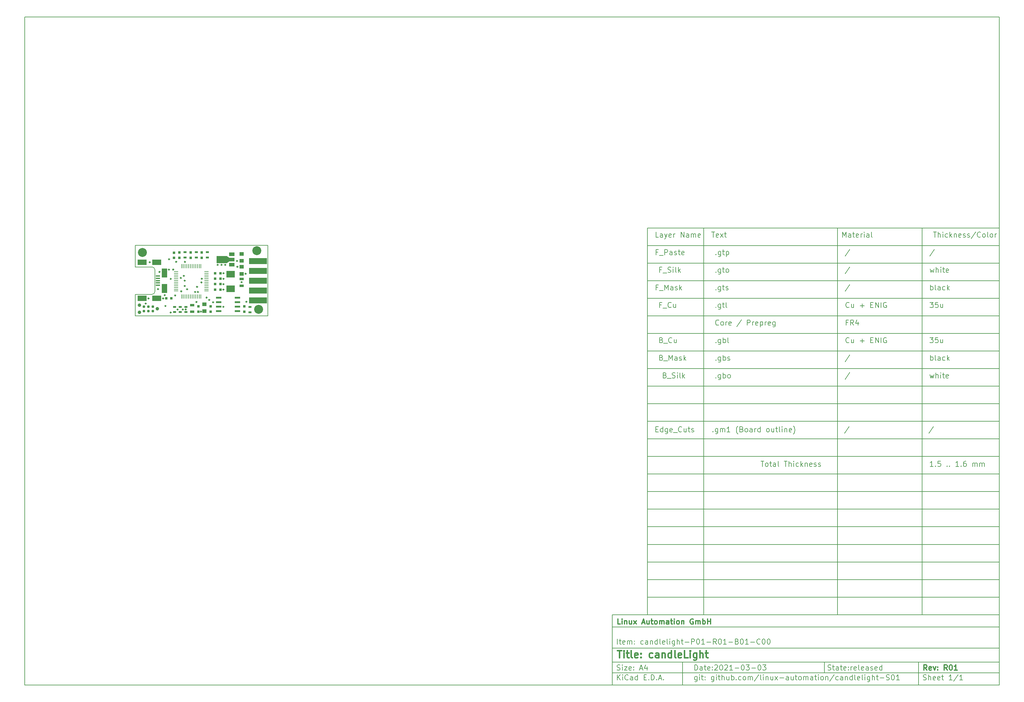
<source format=gts>
%TF.GenerationSoftware,KiCad,Pcbnew,5.1.9-73d0e3b20d~88~ubuntu18.04.1*%
%TF.CreationDate,2021-03-09T14:04:25+01:00*%
%TF.ProjectId,candleLight,63616e64-6c65-44c6-9967-68742e6b6963,R01*%
%TF.SameCoordinates,Original*%
%TF.FileFunction,Soldermask,Top*%
%TF.FilePolarity,Negative*%
%FSLAX46Y46*%
G04 Gerber Fmt 4.6, Leading zero omitted, Abs format (unit mm)*
G04 Created by KiCad (PCBNEW 5.1.9-73d0e3b20d~88~ubuntu18.04.1) date 2021-03-09 14:04:25*
%MOMM*%
%LPD*%
G01*
G04 APERTURE LIST*
%ADD10C,0.100000*%
%ADD11C,0.150000*%
%ADD12C,0.300000*%
%ADD13C,0.400000*%
%TA.AperFunction,Profile*%
%ADD14C,0.150000*%
%TD*%
%ADD15R,2.400000X1.900000*%
%ADD16R,1.300000X0.250000*%
%ADD17R,0.250000X1.300000*%
%ADD18R,0.900000X0.500000*%
%ADD19R,0.750000X0.800000*%
%ADD20R,1.300000X0.700000*%
%ADD21R,1.500000X2.500000*%
%ADD22R,2.500000X1.500000*%
%ADD23R,1.250000X0.400000*%
%ADD24R,0.800000X0.750000*%
%ADD25R,1.250000X1.000000*%
%ADD26R,0.797560X0.797560*%
%ADD27R,1.501140X1.000760*%
%ADD28R,2.999740X1.998980*%
%ADD29R,1.550000X0.600000*%
%ADD30C,0.990600*%
%ADD31C,0.787400*%
%ADD32C,2.540000*%
%ADD33R,5.080000X1.778000*%
G04 APERTURE END LIST*
D10*
D11*
X177002200Y-180007200D02*
X177002200Y-200007200D01*
X287002200Y-200007200D01*
X287002200Y-180007200D01*
X177002200Y-180007200D01*
D10*
D11*
X10000000Y-10000000D02*
X10000000Y-200007200D01*
X287002200Y-200007200D01*
X287002200Y-10000000D01*
X10000000Y-10000000D01*
D10*
D11*
X200434342Y-195785771D02*
X200434342Y-194285771D01*
X200791485Y-194285771D01*
X201005771Y-194357200D01*
X201148628Y-194500057D01*
X201220057Y-194642914D01*
X201291485Y-194928628D01*
X201291485Y-195142914D01*
X201220057Y-195428628D01*
X201148628Y-195571485D01*
X201005771Y-195714342D01*
X200791485Y-195785771D01*
X200434342Y-195785771D01*
X202577200Y-195785771D02*
X202577200Y-195000057D01*
X202505771Y-194857200D01*
X202362914Y-194785771D01*
X202077200Y-194785771D01*
X201934342Y-194857200D01*
X202577200Y-195714342D02*
X202434342Y-195785771D01*
X202077200Y-195785771D01*
X201934342Y-195714342D01*
X201862914Y-195571485D01*
X201862914Y-195428628D01*
X201934342Y-195285771D01*
X202077200Y-195214342D01*
X202434342Y-195214342D01*
X202577200Y-195142914D01*
X203077200Y-194785771D02*
X203648628Y-194785771D01*
X203291485Y-194285771D02*
X203291485Y-195571485D01*
X203362914Y-195714342D01*
X203505771Y-195785771D01*
X203648628Y-195785771D01*
X204720057Y-195714342D02*
X204577200Y-195785771D01*
X204291485Y-195785771D01*
X204148628Y-195714342D01*
X204077200Y-195571485D01*
X204077200Y-195000057D01*
X204148628Y-194857200D01*
X204291485Y-194785771D01*
X204577200Y-194785771D01*
X204720057Y-194857200D01*
X204791485Y-195000057D01*
X204791485Y-195142914D01*
X204077200Y-195285771D01*
X205434342Y-195642914D02*
X205505771Y-195714342D01*
X205434342Y-195785771D01*
X205362914Y-195714342D01*
X205434342Y-195642914D01*
X205434342Y-195785771D01*
X205434342Y-194857200D02*
X205505771Y-194928628D01*
X205434342Y-195000057D01*
X205362914Y-194928628D01*
X205434342Y-194857200D01*
X205434342Y-195000057D01*
X206077200Y-194428628D02*
X206148628Y-194357200D01*
X206291485Y-194285771D01*
X206648628Y-194285771D01*
X206791485Y-194357200D01*
X206862914Y-194428628D01*
X206934342Y-194571485D01*
X206934342Y-194714342D01*
X206862914Y-194928628D01*
X206005771Y-195785771D01*
X206934342Y-195785771D01*
X207862914Y-194285771D02*
X208005771Y-194285771D01*
X208148628Y-194357200D01*
X208220057Y-194428628D01*
X208291485Y-194571485D01*
X208362914Y-194857200D01*
X208362914Y-195214342D01*
X208291485Y-195500057D01*
X208220057Y-195642914D01*
X208148628Y-195714342D01*
X208005771Y-195785771D01*
X207862914Y-195785771D01*
X207720057Y-195714342D01*
X207648628Y-195642914D01*
X207577200Y-195500057D01*
X207505771Y-195214342D01*
X207505771Y-194857200D01*
X207577200Y-194571485D01*
X207648628Y-194428628D01*
X207720057Y-194357200D01*
X207862914Y-194285771D01*
X208934342Y-194428628D02*
X209005771Y-194357200D01*
X209148628Y-194285771D01*
X209505771Y-194285771D01*
X209648628Y-194357200D01*
X209720057Y-194428628D01*
X209791485Y-194571485D01*
X209791485Y-194714342D01*
X209720057Y-194928628D01*
X208862914Y-195785771D01*
X209791485Y-195785771D01*
X211220057Y-195785771D02*
X210362914Y-195785771D01*
X210791485Y-195785771D02*
X210791485Y-194285771D01*
X210648628Y-194500057D01*
X210505771Y-194642914D01*
X210362914Y-194714342D01*
X211862914Y-195214342D02*
X213005771Y-195214342D01*
X214005771Y-194285771D02*
X214148628Y-194285771D01*
X214291485Y-194357200D01*
X214362914Y-194428628D01*
X214434342Y-194571485D01*
X214505771Y-194857200D01*
X214505771Y-195214342D01*
X214434342Y-195500057D01*
X214362914Y-195642914D01*
X214291485Y-195714342D01*
X214148628Y-195785771D01*
X214005771Y-195785771D01*
X213862914Y-195714342D01*
X213791485Y-195642914D01*
X213720057Y-195500057D01*
X213648628Y-195214342D01*
X213648628Y-194857200D01*
X213720057Y-194571485D01*
X213791485Y-194428628D01*
X213862914Y-194357200D01*
X214005771Y-194285771D01*
X215005771Y-194285771D02*
X215934342Y-194285771D01*
X215434342Y-194857200D01*
X215648628Y-194857200D01*
X215791485Y-194928628D01*
X215862914Y-195000057D01*
X215934342Y-195142914D01*
X215934342Y-195500057D01*
X215862914Y-195642914D01*
X215791485Y-195714342D01*
X215648628Y-195785771D01*
X215220057Y-195785771D01*
X215077200Y-195714342D01*
X215005771Y-195642914D01*
X216577200Y-195214342D02*
X217720057Y-195214342D01*
X218720057Y-194285771D02*
X218862914Y-194285771D01*
X219005771Y-194357200D01*
X219077200Y-194428628D01*
X219148628Y-194571485D01*
X219220057Y-194857200D01*
X219220057Y-195214342D01*
X219148628Y-195500057D01*
X219077200Y-195642914D01*
X219005771Y-195714342D01*
X218862914Y-195785771D01*
X218720057Y-195785771D01*
X218577200Y-195714342D01*
X218505771Y-195642914D01*
X218434342Y-195500057D01*
X218362914Y-195214342D01*
X218362914Y-194857200D01*
X218434342Y-194571485D01*
X218505771Y-194428628D01*
X218577200Y-194357200D01*
X218720057Y-194285771D01*
X219720057Y-194285771D02*
X220648628Y-194285771D01*
X220148628Y-194857200D01*
X220362914Y-194857200D01*
X220505771Y-194928628D01*
X220577200Y-195000057D01*
X220648628Y-195142914D01*
X220648628Y-195500057D01*
X220577200Y-195642914D01*
X220505771Y-195714342D01*
X220362914Y-195785771D01*
X219934342Y-195785771D01*
X219791485Y-195714342D01*
X219720057Y-195642914D01*
D10*
D11*
X178434342Y-188385771D02*
X178434342Y-186885771D01*
X178934342Y-187385771D02*
X179505771Y-187385771D01*
X179148628Y-186885771D02*
X179148628Y-188171485D01*
X179220057Y-188314342D01*
X179362914Y-188385771D01*
X179505771Y-188385771D01*
X180577200Y-188314342D02*
X180434342Y-188385771D01*
X180148628Y-188385771D01*
X180005771Y-188314342D01*
X179934342Y-188171485D01*
X179934342Y-187600057D01*
X180005771Y-187457200D01*
X180148628Y-187385771D01*
X180434342Y-187385771D01*
X180577200Y-187457200D01*
X180648628Y-187600057D01*
X180648628Y-187742914D01*
X179934342Y-187885771D01*
X181291485Y-188385771D02*
X181291485Y-187385771D01*
X181291485Y-187528628D02*
X181362914Y-187457200D01*
X181505771Y-187385771D01*
X181720057Y-187385771D01*
X181862914Y-187457200D01*
X181934342Y-187600057D01*
X181934342Y-188385771D01*
X181934342Y-187600057D02*
X182005771Y-187457200D01*
X182148628Y-187385771D01*
X182362914Y-187385771D01*
X182505771Y-187457200D01*
X182577200Y-187600057D01*
X182577200Y-188385771D01*
X183291485Y-188242914D02*
X183362914Y-188314342D01*
X183291485Y-188385771D01*
X183220057Y-188314342D01*
X183291485Y-188242914D01*
X183291485Y-188385771D01*
X183291485Y-187457200D02*
X183362914Y-187528628D01*
X183291485Y-187600057D01*
X183220057Y-187528628D01*
X183291485Y-187457200D01*
X183291485Y-187600057D01*
X185791485Y-188314342D02*
X185648628Y-188385771D01*
X185362914Y-188385771D01*
X185220057Y-188314342D01*
X185148628Y-188242914D01*
X185077200Y-188100057D01*
X185077200Y-187671485D01*
X185148628Y-187528628D01*
X185220057Y-187457200D01*
X185362914Y-187385771D01*
X185648628Y-187385771D01*
X185791485Y-187457200D01*
X187077200Y-188385771D02*
X187077200Y-187600057D01*
X187005771Y-187457200D01*
X186862914Y-187385771D01*
X186577200Y-187385771D01*
X186434342Y-187457200D01*
X187077200Y-188314342D02*
X186934342Y-188385771D01*
X186577200Y-188385771D01*
X186434342Y-188314342D01*
X186362914Y-188171485D01*
X186362914Y-188028628D01*
X186434342Y-187885771D01*
X186577200Y-187814342D01*
X186934342Y-187814342D01*
X187077200Y-187742914D01*
X187791485Y-187385771D02*
X187791485Y-188385771D01*
X187791485Y-187528628D02*
X187862914Y-187457200D01*
X188005771Y-187385771D01*
X188220057Y-187385771D01*
X188362914Y-187457200D01*
X188434342Y-187600057D01*
X188434342Y-188385771D01*
X189791485Y-188385771D02*
X189791485Y-186885771D01*
X189791485Y-188314342D02*
X189648628Y-188385771D01*
X189362914Y-188385771D01*
X189220057Y-188314342D01*
X189148628Y-188242914D01*
X189077200Y-188100057D01*
X189077200Y-187671485D01*
X189148628Y-187528628D01*
X189220057Y-187457200D01*
X189362914Y-187385771D01*
X189648628Y-187385771D01*
X189791485Y-187457200D01*
X190720057Y-188385771D02*
X190577200Y-188314342D01*
X190505771Y-188171485D01*
X190505771Y-186885771D01*
X191862914Y-188314342D02*
X191720057Y-188385771D01*
X191434342Y-188385771D01*
X191291485Y-188314342D01*
X191220057Y-188171485D01*
X191220057Y-187600057D01*
X191291485Y-187457200D01*
X191434342Y-187385771D01*
X191720057Y-187385771D01*
X191862914Y-187457200D01*
X191934342Y-187600057D01*
X191934342Y-187742914D01*
X191220057Y-187885771D01*
X192791485Y-188385771D02*
X192648628Y-188314342D01*
X192577200Y-188171485D01*
X192577200Y-186885771D01*
X193362914Y-188385771D02*
X193362914Y-187385771D01*
X193362914Y-186885771D02*
X193291485Y-186957200D01*
X193362914Y-187028628D01*
X193434342Y-186957200D01*
X193362914Y-186885771D01*
X193362914Y-187028628D01*
X194720057Y-187385771D02*
X194720057Y-188600057D01*
X194648628Y-188742914D01*
X194577200Y-188814342D01*
X194434342Y-188885771D01*
X194220057Y-188885771D01*
X194077200Y-188814342D01*
X194720057Y-188314342D02*
X194577200Y-188385771D01*
X194291485Y-188385771D01*
X194148628Y-188314342D01*
X194077200Y-188242914D01*
X194005771Y-188100057D01*
X194005771Y-187671485D01*
X194077200Y-187528628D01*
X194148628Y-187457200D01*
X194291485Y-187385771D01*
X194577200Y-187385771D01*
X194720057Y-187457200D01*
X195434342Y-188385771D02*
X195434342Y-186885771D01*
X196077200Y-188385771D02*
X196077200Y-187600057D01*
X196005771Y-187457200D01*
X195862914Y-187385771D01*
X195648628Y-187385771D01*
X195505771Y-187457200D01*
X195434342Y-187528628D01*
X196577200Y-187385771D02*
X197148628Y-187385771D01*
X196791485Y-186885771D02*
X196791485Y-188171485D01*
X196862914Y-188314342D01*
X197005771Y-188385771D01*
X197148628Y-188385771D01*
X197648628Y-187814342D02*
X198791485Y-187814342D01*
X199505771Y-188385771D02*
X199505771Y-186885771D01*
X200077200Y-186885771D01*
X200220057Y-186957200D01*
X200291485Y-187028628D01*
X200362914Y-187171485D01*
X200362914Y-187385771D01*
X200291485Y-187528628D01*
X200220057Y-187600057D01*
X200077200Y-187671485D01*
X199505771Y-187671485D01*
X201291485Y-186885771D02*
X201434342Y-186885771D01*
X201577200Y-186957200D01*
X201648628Y-187028628D01*
X201720057Y-187171485D01*
X201791485Y-187457200D01*
X201791485Y-187814342D01*
X201720057Y-188100057D01*
X201648628Y-188242914D01*
X201577200Y-188314342D01*
X201434342Y-188385771D01*
X201291485Y-188385771D01*
X201148628Y-188314342D01*
X201077200Y-188242914D01*
X201005771Y-188100057D01*
X200934342Y-187814342D01*
X200934342Y-187457200D01*
X201005771Y-187171485D01*
X201077200Y-187028628D01*
X201148628Y-186957200D01*
X201291485Y-186885771D01*
X203220057Y-188385771D02*
X202362914Y-188385771D01*
X202791485Y-188385771D02*
X202791485Y-186885771D01*
X202648628Y-187100057D01*
X202505771Y-187242914D01*
X202362914Y-187314342D01*
X203862914Y-187814342D02*
X205005771Y-187814342D01*
X206577200Y-188385771D02*
X206077200Y-187671485D01*
X205720057Y-188385771D02*
X205720057Y-186885771D01*
X206291485Y-186885771D01*
X206434342Y-186957200D01*
X206505771Y-187028628D01*
X206577200Y-187171485D01*
X206577200Y-187385771D01*
X206505771Y-187528628D01*
X206434342Y-187600057D01*
X206291485Y-187671485D01*
X205720057Y-187671485D01*
X207505771Y-186885771D02*
X207648628Y-186885771D01*
X207791485Y-186957200D01*
X207862914Y-187028628D01*
X207934342Y-187171485D01*
X208005771Y-187457200D01*
X208005771Y-187814342D01*
X207934342Y-188100057D01*
X207862914Y-188242914D01*
X207791485Y-188314342D01*
X207648628Y-188385771D01*
X207505771Y-188385771D01*
X207362914Y-188314342D01*
X207291485Y-188242914D01*
X207220057Y-188100057D01*
X207148628Y-187814342D01*
X207148628Y-187457200D01*
X207220057Y-187171485D01*
X207291485Y-187028628D01*
X207362914Y-186957200D01*
X207505771Y-186885771D01*
X209434342Y-188385771D02*
X208577200Y-188385771D01*
X209005771Y-188385771D02*
X209005771Y-186885771D01*
X208862914Y-187100057D01*
X208720057Y-187242914D01*
X208577200Y-187314342D01*
X210077200Y-187814342D02*
X211220057Y-187814342D01*
X212434342Y-187600057D02*
X212648628Y-187671485D01*
X212720057Y-187742914D01*
X212791485Y-187885771D01*
X212791485Y-188100057D01*
X212720057Y-188242914D01*
X212648628Y-188314342D01*
X212505771Y-188385771D01*
X211934342Y-188385771D01*
X211934342Y-186885771D01*
X212434342Y-186885771D01*
X212577200Y-186957200D01*
X212648628Y-187028628D01*
X212720057Y-187171485D01*
X212720057Y-187314342D01*
X212648628Y-187457200D01*
X212577200Y-187528628D01*
X212434342Y-187600057D01*
X211934342Y-187600057D01*
X213720057Y-186885771D02*
X213862914Y-186885771D01*
X214005771Y-186957200D01*
X214077200Y-187028628D01*
X214148628Y-187171485D01*
X214220057Y-187457200D01*
X214220057Y-187814342D01*
X214148628Y-188100057D01*
X214077200Y-188242914D01*
X214005771Y-188314342D01*
X213862914Y-188385771D01*
X213720057Y-188385771D01*
X213577200Y-188314342D01*
X213505771Y-188242914D01*
X213434342Y-188100057D01*
X213362914Y-187814342D01*
X213362914Y-187457200D01*
X213434342Y-187171485D01*
X213505771Y-187028628D01*
X213577200Y-186957200D01*
X213720057Y-186885771D01*
X215648628Y-188385771D02*
X214791485Y-188385771D01*
X215220057Y-188385771D02*
X215220057Y-186885771D01*
X215077200Y-187100057D01*
X214934342Y-187242914D01*
X214791485Y-187314342D01*
X216291485Y-187814342D02*
X217434342Y-187814342D01*
X219005771Y-188242914D02*
X218934342Y-188314342D01*
X218720057Y-188385771D01*
X218577200Y-188385771D01*
X218362914Y-188314342D01*
X218220057Y-188171485D01*
X218148628Y-188028628D01*
X218077200Y-187742914D01*
X218077200Y-187528628D01*
X218148628Y-187242914D01*
X218220057Y-187100057D01*
X218362914Y-186957200D01*
X218577200Y-186885771D01*
X218720057Y-186885771D01*
X218934342Y-186957200D01*
X219005771Y-187028628D01*
X219934342Y-186885771D02*
X220077200Y-186885771D01*
X220220057Y-186957200D01*
X220291485Y-187028628D01*
X220362914Y-187171485D01*
X220434342Y-187457200D01*
X220434342Y-187814342D01*
X220362914Y-188100057D01*
X220291485Y-188242914D01*
X220220057Y-188314342D01*
X220077200Y-188385771D01*
X219934342Y-188385771D01*
X219791485Y-188314342D01*
X219720057Y-188242914D01*
X219648628Y-188100057D01*
X219577200Y-187814342D01*
X219577200Y-187457200D01*
X219648628Y-187171485D01*
X219720057Y-187028628D01*
X219791485Y-186957200D01*
X219934342Y-186885771D01*
X221362914Y-186885771D02*
X221505771Y-186885771D01*
X221648628Y-186957200D01*
X221720057Y-187028628D01*
X221791485Y-187171485D01*
X221862914Y-187457200D01*
X221862914Y-187814342D01*
X221791485Y-188100057D01*
X221720057Y-188242914D01*
X221648628Y-188314342D01*
X221505771Y-188385771D01*
X221362914Y-188385771D01*
X221220057Y-188314342D01*
X221148628Y-188242914D01*
X221077200Y-188100057D01*
X221005771Y-187814342D01*
X221005771Y-187457200D01*
X221077200Y-187171485D01*
X221148628Y-187028628D01*
X221220057Y-186957200D01*
X221362914Y-186885771D01*
D10*
D11*
X177002200Y-196507200D02*
X287002200Y-196507200D01*
D10*
D11*
X178434342Y-198585771D02*
X178434342Y-197085771D01*
X179291485Y-198585771D02*
X178648628Y-197728628D01*
X179291485Y-197085771D02*
X178434342Y-197942914D01*
X179934342Y-198585771D02*
X179934342Y-197585771D01*
X179934342Y-197085771D02*
X179862914Y-197157200D01*
X179934342Y-197228628D01*
X180005771Y-197157200D01*
X179934342Y-197085771D01*
X179934342Y-197228628D01*
X181505771Y-198442914D02*
X181434342Y-198514342D01*
X181220057Y-198585771D01*
X181077200Y-198585771D01*
X180862914Y-198514342D01*
X180720057Y-198371485D01*
X180648628Y-198228628D01*
X180577200Y-197942914D01*
X180577200Y-197728628D01*
X180648628Y-197442914D01*
X180720057Y-197300057D01*
X180862914Y-197157200D01*
X181077200Y-197085771D01*
X181220057Y-197085771D01*
X181434342Y-197157200D01*
X181505771Y-197228628D01*
X182791485Y-198585771D02*
X182791485Y-197800057D01*
X182720057Y-197657200D01*
X182577200Y-197585771D01*
X182291485Y-197585771D01*
X182148628Y-197657200D01*
X182791485Y-198514342D02*
X182648628Y-198585771D01*
X182291485Y-198585771D01*
X182148628Y-198514342D01*
X182077200Y-198371485D01*
X182077200Y-198228628D01*
X182148628Y-198085771D01*
X182291485Y-198014342D01*
X182648628Y-198014342D01*
X182791485Y-197942914D01*
X184148628Y-198585771D02*
X184148628Y-197085771D01*
X184148628Y-198514342D02*
X184005771Y-198585771D01*
X183720057Y-198585771D01*
X183577200Y-198514342D01*
X183505771Y-198442914D01*
X183434342Y-198300057D01*
X183434342Y-197871485D01*
X183505771Y-197728628D01*
X183577200Y-197657200D01*
X183720057Y-197585771D01*
X184005771Y-197585771D01*
X184148628Y-197657200D01*
X186005771Y-197800057D02*
X186505771Y-197800057D01*
X186720057Y-198585771D02*
X186005771Y-198585771D01*
X186005771Y-197085771D01*
X186720057Y-197085771D01*
X187362914Y-198442914D02*
X187434342Y-198514342D01*
X187362914Y-198585771D01*
X187291485Y-198514342D01*
X187362914Y-198442914D01*
X187362914Y-198585771D01*
X188077200Y-198585771D02*
X188077200Y-197085771D01*
X188434342Y-197085771D01*
X188648628Y-197157200D01*
X188791485Y-197300057D01*
X188862914Y-197442914D01*
X188934342Y-197728628D01*
X188934342Y-197942914D01*
X188862914Y-198228628D01*
X188791485Y-198371485D01*
X188648628Y-198514342D01*
X188434342Y-198585771D01*
X188077200Y-198585771D01*
X189577200Y-198442914D02*
X189648628Y-198514342D01*
X189577200Y-198585771D01*
X189505771Y-198514342D01*
X189577200Y-198442914D01*
X189577200Y-198585771D01*
X190220057Y-198157200D02*
X190934342Y-198157200D01*
X190077200Y-198585771D02*
X190577200Y-197085771D01*
X191077200Y-198585771D01*
X191577200Y-198442914D02*
X191648628Y-198514342D01*
X191577200Y-198585771D01*
X191505771Y-198514342D01*
X191577200Y-198442914D01*
X191577200Y-198585771D01*
D10*
D11*
X177002200Y-193507200D02*
X287002200Y-193507200D01*
D10*
D12*
X266411485Y-195785771D02*
X265911485Y-195071485D01*
X265554342Y-195785771D02*
X265554342Y-194285771D01*
X266125771Y-194285771D01*
X266268628Y-194357200D01*
X266340057Y-194428628D01*
X266411485Y-194571485D01*
X266411485Y-194785771D01*
X266340057Y-194928628D01*
X266268628Y-195000057D01*
X266125771Y-195071485D01*
X265554342Y-195071485D01*
X267625771Y-195714342D02*
X267482914Y-195785771D01*
X267197200Y-195785771D01*
X267054342Y-195714342D01*
X266982914Y-195571485D01*
X266982914Y-195000057D01*
X267054342Y-194857200D01*
X267197200Y-194785771D01*
X267482914Y-194785771D01*
X267625771Y-194857200D01*
X267697200Y-195000057D01*
X267697200Y-195142914D01*
X266982914Y-195285771D01*
X268197200Y-194785771D02*
X268554342Y-195785771D01*
X268911485Y-194785771D01*
X269482914Y-195642914D02*
X269554342Y-195714342D01*
X269482914Y-195785771D01*
X269411485Y-195714342D01*
X269482914Y-195642914D01*
X269482914Y-195785771D01*
X269482914Y-194857200D02*
X269554342Y-194928628D01*
X269482914Y-195000057D01*
X269411485Y-194928628D01*
X269482914Y-194857200D01*
X269482914Y-195000057D01*
X272197200Y-195785771D02*
X271697200Y-195071485D01*
X271340057Y-195785771D02*
X271340057Y-194285771D01*
X271911485Y-194285771D01*
X272054342Y-194357200D01*
X272125771Y-194428628D01*
X272197200Y-194571485D01*
X272197200Y-194785771D01*
X272125771Y-194928628D01*
X272054342Y-195000057D01*
X271911485Y-195071485D01*
X271340057Y-195071485D01*
X273125771Y-194285771D02*
X273268628Y-194285771D01*
X273411485Y-194357200D01*
X273482914Y-194428628D01*
X273554342Y-194571485D01*
X273625771Y-194857200D01*
X273625771Y-195214342D01*
X273554342Y-195500057D01*
X273482914Y-195642914D01*
X273411485Y-195714342D01*
X273268628Y-195785771D01*
X273125771Y-195785771D01*
X272982914Y-195714342D01*
X272911485Y-195642914D01*
X272840057Y-195500057D01*
X272768628Y-195214342D01*
X272768628Y-194857200D01*
X272840057Y-194571485D01*
X272911485Y-194428628D01*
X272982914Y-194357200D01*
X273125771Y-194285771D01*
X275054342Y-195785771D02*
X274197200Y-195785771D01*
X274625771Y-195785771D02*
X274625771Y-194285771D01*
X274482914Y-194500057D01*
X274340057Y-194642914D01*
X274197200Y-194714342D01*
D10*
D11*
X178362914Y-195714342D02*
X178577200Y-195785771D01*
X178934342Y-195785771D01*
X179077200Y-195714342D01*
X179148628Y-195642914D01*
X179220057Y-195500057D01*
X179220057Y-195357200D01*
X179148628Y-195214342D01*
X179077200Y-195142914D01*
X178934342Y-195071485D01*
X178648628Y-195000057D01*
X178505771Y-194928628D01*
X178434342Y-194857200D01*
X178362914Y-194714342D01*
X178362914Y-194571485D01*
X178434342Y-194428628D01*
X178505771Y-194357200D01*
X178648628Y-194285771D01*
X179005771Y-194285771D01*
X179220057Y-194357200D01*
X179862914Y-195785771D02*
X179862914Y-194785771D01*
X179862914Y-194285771D02*
X179791485Y-194357200D01*
X179862914Y-194428628D01*
X179934342Y-194357200D01*
X179862914Y-194285771D01*
X179862914Y-194428628D01*
X180434342Y-194785771D02*
X181220057Y-194785771D01*
X180434342Y-195785771D01*
X181220057Y-195785771D01*
X182362914Y-195714342D02*
X182220057Y-195785771D01*
X181934342Y-195785771D01*
X181791485Y-195714342D01*
X181720057Y-195571485D01*
X181720057Y-195000057D01*
X181791485Y-194857200D01*
X181934342Y-194785771D01*
X182220057Y-194785771D01*
X182362914Y-194857200D01*
X182434342Y-195000057D01*
X182434342Y-195142914D01*
X181720057Y-195285771D01*
X183077200Y-195642914D02*
X183148628Y-195714342D01*
X183077200Y-195785771D01*
X183005771Y-195714342D01*
X183077200Y-195642914D01*
X183077200Y-195785771D01*
X183077200Y-194857200D02*
X183148628Y-194928628D01*
X183077200Y-195000057D01*
X183005771Y-194928628D01*
X183077200Y-194857200D01*
X183077200Y-195000057D01*
X184862914Y-195357200D02*
X185577200Y-195357200D01*
X184720057Y-195785771D02*
X185220057Y-194285771D01*
X185720057Y-195785771D01*
X186862914Y-194785771D02*
X186862914Y-195785771D01*
X186505771Y-194214342D02*
X186148628Y-195285771D01*
X187077200Y-195285771D01*
D10*
D11*
X265362914Y-198514342D02*
X265577200Y-198585771D01*
X265934342Y-198585771D01*
X266077200Y-198514342D01*
X266148628Y-198442914D01*
X266220057Y-198300057D01*
X266220057Y-198157200D01*
X266148628Y-198014342D01*
X266077200Y-197942914D01*
X265934342Y-197871485D01*
X265648628Y-197800057D01*
X265505771Y-197728628D01*
X265434342Y-197657200D01*
X265362914Y-197514342D01*
X265362914Y-197371485D01*
X265434342Y-197228628D01*
X265505771Y-197157200D01*
X265648628Y-197085771D01*
X266005771Y-197085771D01*
X266220057Y-197157200D01*
X266862914Y-198585771D02*
X266862914Y-197085771D01*
X267505771Y-198585771D02*
X267505771Y-197800057D01*
X267434342Y-197657200D01*
X267291485Y-197585771D01*
X267077200Y-197585771D01*
X266934342Y-197657200D01*
X266862914Y-197728628D01*
X268791485Y-198514342D02*
X268648628Y-198585771D01*
X268362914Y-198585771D01*
X268220057Y-198514342D01*
X268148628Y-198371485D01*
X268148628Y-197800057D01*
X268220057Y-197657200D01*
X268362914Y-197585771D01*
X268648628Y-197585771D01*
X268791485Y-197657200D01*
X268862914Y-197800057D01*
X268862914Y-197942914D01*
X268148628Y-198085771D01*
X270077200Y-198514342D02*
X269934342Y-198585771D01*
X269648628Y-198585771D01*
X269505771Y-198514342D01*
X269434342Y-198371485D01*
X269434342Y-197800057D01*
X269505771Y-197657200D01*
X269648628Y-197585771D01*
X269934342Y-197585771D01*
X270077200Y-197657200D01*
X270148628Y-197800057D01*
X270148628Y-197942914D01*
X269434342Y-198085771D01*
X270577200Y-197585771D02*
X271148628Y-197585771D01*
X270791485Y-197085771D02*
X270791485Y-198371485D01*
X270862914Y-198514342D01*
X271005771Y-198585771D01*
X271148628Y-198585771D01*
X273577200Y-198585771D02*
X272720057Y-198585771D01*
X273148628Y-198585771D02*
X273148628Y-197085771D01*
X273005771Y-197300057D01*
X272862914Y-197442914D01*
X272720057Y-197514342D01*
X275291485Y-197014342D02*
X274005771Y-198942914D01*
X276577200Y-198585771D02*
X275720057Y-198585771D01*
X276148628Y-198585771D02*
X276148628Y-197085771D01*
X276005771Y-197300057D01*
X275862914Y-197442914D01*
X275720057Y-197514342D01*
D10*
D11*
X177002200Y-189507200D02*
X287002200Y-189507200D01*
D10*
D13*
X178452676Y-190211961D02*
X179595533Y-190211961D01*
X179024104Y-192211961D02*
X179024104Y-190211961D01*
X180262200Y-192211961D02*
X180262200Y-190878628D01*
X180262200Y-190211961D02*
X180166961Y-190307200D01*
X180262200Y-190402438D01*
X180357438Y-190307200D01*
X180262200Y-190211961D01*
X180262200Y-190402438D01*
X180928866Y-190878628D02*
X181690771Y-190878628D01*
X181214580Y-190211961D02*
X181214580Y-191926247D01*
X181309819Y-192116723D01*
X181500295Y-192211961D01*
X181690771Y-192211961D01*
X182643152Y-192211961D02*
X182452676Y-192116723D01*
X182357438Y-191926247D01*
X182357438Y-190211961D01*
X184166961Y-192116723D02*
X183976485Y-192211961D01*
X183595533Y-192211961D01*
X183405057Y-192116723D01*
X183309819Y-191926247D01*
X183309819Y-191164342D01*
X183405057Y-190973866D01*
X183595533Y-190878628D01*
X183976485Y-190878628D01*
X184166961Y-190973866D01*
X184262200Y-191164342D01*
X184262200Y-191354819D01*
X183309819Y-191545295D01*
X185119342Y-192021485D02*
X185214580Y-192116723D01*
X185119342Y-192211961D01*
X185024104Y-192116723D01*
X185119342Y-192021485D01*
X185119342Y-192211961D01*
X185119342Y-190973866D02*
X185214580Y-191069104D01*
X185119342Y-191164342D01*
X185024104Y-191069104D01*
X185119342Y-190973866D01*
X185119342Y-191164342D01*
X188452676Y-192116723D02*
X188262200Y-192211961D01*
X187881247Y-192211961D01*
X187690771Y-192116723D01*
X187595533Y-192021485D01*
X187500295Y-191831009D01*
X187500295Y-191259580D01*
X187595533Y-191069104D01*
X187690771Y-190973866D01*
X187881247Y-190878628D01*
X188262200Y-190878628D01*
X188452676Y-190973866D01*
X190166961Y-192211961D02*
X190166961Y-191164342D01*
X190071723Y-190973866D01*
X189881247Y-190878628D01*
X189500295Y-190878628D01*
X189309819Y-190973866D01*
X190166961Y-192116723D02*
X189976485Y-192211961D01*
X189500295Y-192211961D01*
X189309819Y-192116723D01*
X189214580Y-191926247D01*
X189214580Y-191735771D01*
X189309819Y-191545295D01*
X189500295Y-191450057D01*
X189976485Y-191450057D01*
X190166961Y-191354819D01*
X191119342Y-190878628D02*
X191119342Y-192211961D01*
X191119342Y-191069104D02*
X191214580Y-190973866D01*
X191405057Y-190878628D01*
X191690771Y-190878628D01*
X191881247Y-190973866D01*
X191976485Y-191164342D01*
X191976485Y-192211961D01*
X193786009Y-192211961D02*
X193786009Y-190211961D01*
X193786009Y-192116723D02*
X193595533Y-192211961D01*
X193214580Y-192211961D01*
X193024104Y-192116723D01*
X192928866Y-192021485D01*
X192833628Y-191831009D01*
X192833628Y-191259580D01*
X192928866Y-191069104D01*
X193024104Y-190973866D01*
X193214580Y-190878628D01*
X193595533Y-190878628D01*
X193786009Y-190973866D01*
X195024104Y-192211961D02*
X194833628Y-192116723D01*
X194738390Y-191926247D01*
X194738390Y-190211961D01*
X196547914Y-192116723D02*
X196357438Y-192211961D01*
X195976485Y-192211961D01*
X195786009Y-192116723D01*
X195690771Y-191926247D01*
X195690771Y-191164342D01*
X195786009Y-190973866D01*
X195976485Y-190878628D01*
X196357438Y-190878628D01*
X196547914Y-190973866D01*
X196643152Y-191164342D01*
X196643152Y-191354819D01*
X195690771Y-191545295D01*
X198452676Y-192211961D02*
X197500295Y-192211961D01*
X197500295Y-190211961D01*
X199119342Y-192211961D02*
X199119342Y-190878628D01*
X199119342Y-190211961D02*
X199024104Y-190307200D01*
X199119342Y-190402438D01*
X199214580Y-190307200D01*
X199119342Y-190211961D01*
X199119342Y-190402438D01*
X200928866Y-190878628D02*
X200928866Y-192497676D01*
X200833628Y-192688152D01*
X200738390Y-192783390D01*
X200547914Y-192878628D01*
X200262200Y-192878628D01*
X200071723Y-192783390D01*
X200928866Y-192116723D02*
X200738390Y-192211961D01*
X200357438Y-192211961D01*
X200166961Y-192116723D01*
X200071723Y-192021485D01*
X199976485Y-191831009D01*
X199976485Y-191259580D01*
X200071723Y-191069104D01*
X200166961Y-190973866D01*
X200357438Y-190878628D01*
X200738390Y-190878628D01*
X200928866Y-190973866D01*
X201881247Y-192211961D02*
X201881247Y-190211961D01*
X202738390Y-192211961D02*
X202738390Y-191164342D01*
X202643152Y-190973866D01*
X202452676Y-190878628D01*
X202166961Y-190878628D01*
X201976485Y-190973866D01*
X201881247Y-191069104D01*
X203405057Y-190878628D02*
X204166961Y-190878628D01*
X203690771Y-190211961D02*
X203690771Y-191926247D01*
X203786009Y-192116723D01*
X203976485Y-192211961D01*
X204166961Y-192211961D01*
D10*
D11*
X177002200Y-183507200D02*
X287002200Y-183507200D01*
D10*
D12*
X179268628Y-182685771D02*
X178554342Y-182685771D01*
X178554342Y-181185771D01*
X179768628Y-182685771D02*
X179768628Y-181685771D01*
X179768628Y-181185771D02*
X179697200Y-181257200D01*
X179768628Y-181328628D01*
X179840057Y-181257200D01*
X179768628Y-181185771D01*
X179768628Y-181328628D01*
X180482914Y-181685771D02*
X180482914Y-182685771D01*
X180482914Y-181828628D02*
X180554342Y-181757200D01*
X180697200Y-181685771D01*
X180911485Y-181685771D01*
X181054342Y-181757200D01*
X181125771Y-181900057D01*
X181125771Y-182685771D01*
X182482914Y-181685771D02*
X182482914Y-182685771D01*
X181840057Y-181685771D02*
X181840057Y-182471485D01*
X181911485Y-182614342D01*
X182054342Y-182685771D01*
X182268628Y-182685771D01*
X182411485Y-182614342D01*
X182482914Y-182542914D01*
X183054342Y-182685771D02*
X183840057Y-181685771D01*
X183054342Y-181685771D02*
X183840057Y-182685771D01*
X185482914Y-182257200D02*
X186197200Y-182257200D01*
X185340057Y-182685771D02*
X185840057Y-181185771D01*
X186340057Y-182685771D01*
X187482914Y-181685771D02*
X187482914Y-182685771D01*
X186840057Y-181685771D02*
X186840057Y-182471485D01*
X186911485Y-182614342D01*
X187054342Y-182685771D01*
X187268628Y-182685771D01*
X187411485Y-182614342D01*
X187482914Y-182542914D01*
X187982914Y-181685771D02*
X188554342Y-181685771D01*
X188197200Y-181185771D02*
X188197200Y-182471485D01*
X188268628Y-182614342D01*
X188411485Y-182685771D01*
X188554342Y-182685771D01*
X189268628Y-182685771D02*
X189125771Y-182614342D01*
X189054342Y-182542914D01*
X188982914Y-182400057D01*
X188982914Y-181971485D01*
X189054342Y-181828628D01*
X189125771Y-181757200D01*
X189268628Y-181685771D01*
X189482914Y-181685771D01*
X189625771Y-181757200D01*
X189697200Y-181828628D01*
X189768628Y-181971485D01*
X189768628Y-182400057D01*
X189697200Y-182542914D01*
X189625771Y-182614342D01*
X189482914Y-182685771D01*
X189268628Y-182685771D01*
X190411485Y-182685771D02*
X190411485Y-181685771D01*
X190411485Y-181828628D02*
X190482914Y-181757200D01*
X190625771Y-181685771D01*
X190840057Y-181685771D01*
X190982914Y-181757200D01*
X191054342Y-181900057D01*
X191054342Y-182685771D01*
X191054342Y-181900057D02*
X191125771Y-181757200D01*
X191268628Y-181685771D01*
X191482914Y-181685771D01*
X191625771Y-181757200D01*
X191697200Y-181900057D01*
X191697200Y-182685771D01*
X193054342Y-182685771D02*
X193054342Y-181900057D01*
X192982914Y-181757200D01*
X192840057Y-181685771D01*
X192554342Y-181685771D01*
X192411485Y-181757200D01*
X193054342Y-182614342D02*
X192911485Y-182685771D01*
X192554342Y-182685771D01*
X192411485Y-182614342D01*
X192340057Y-182471485D01*
X192340057Y-182328628D01*
X192411485Y-182185771D01*
X192554342Y-182114342D01*
X192911485Y-182114342D01*
X193054342Y-182042914D01*
X193554342Y-181685771D02*
X194125771Y-181685771D01*
X193768628Y-181185771D02*
X193768628Y-182471485D01*
X193840057Y-182614342D01*
X193982914Y-182685771D01*
X194125771Y-182685771D01*
X194625771Y-182685771D02*
X194625771Y-181685771D01*
X194625771Y-181185771D02*
X194554342Y-181257200D01*
X194625771Y-181328628D01*
X194697200Y-181257200D01*
X194625771Y-181185771D01*
X194625771Y-181328628D01*
X195554342Y-182685771D02*
X195411485Y-182614342D01*
X195340057Y-182542914D01*
X195268628Y-182400057D01*
X195268628Y-181971485D01*
X195340057Y-181828628D01*
X195411485Y-181757200D01*
X195554342Y-181685771D01*
X195768628Y-181685771D01*
X195911485Y-181757200D01*
X195982914Y-181828628D01*
X196054342Y-181971485D01*
X196054342Y-182400057D01*
X195982914Y-182542914D01*
X195911485Y-182614342D01*
X195768628Y-182685771D01*
X195554342Y-182685771D01*
X196697200Y-181685771D02*
X196697200Y-182685771D01*
X196697200Y-181828628D02*
X196768628Y-181757200D01*
X196911485Y-181685771D01*
X197125771Y-181685771D01*
X197268628Y-181757200D01*
X197340057Y-181900057D01*
X197340057Y-182685771D01*
X199982914Y-181257200D02*
X199840057Y-181185771D01*
X199625771Y-181185771D01*
X199411485Y-181257200D01*
X199268628Y-181400057D01*
X199197200Y-181542914D01*
X199125771Y-181828628D01*
X199125771Y-182042914D01*
X199197200Y-182328628D01*
X199268628Y-182471485D01*
X199411485Y-182614342D01*
X199625771Y-182685771D01*
X199768628Y-182685771D01*
X199982914Y-182614342D01*
X200054342Y-182542914D01*
X200054342Y-182042914D01*
X199768628Y-182042914D01*
X200697200Y-182685771D02*
X200697200Y-181685771D01*
X200697200Y-181828628D02*
X200768628Y-181757200D01*
X200911485Y-181685771D01*
X201125771Y-181685771D01*
X201268628Y-181757200D01*
X201340057Y-181900057D01*
X201340057Y-182685771D01*
X201340057Y-181900057D02*
X201411485Y-181757200D01*
X201554342Y-181685771D01*
X201768628Y-181685771D01*
X201911485Y-181757200D01*
X201982914Y-181900057D01*
X201982914Y-182685771D01*
X202697200Y-182685771D02*
X202697200Y-181185771D01*
X202697200Y-181757200D02*
X202840057Y-181685771D01*
X203125771Y-181685771D01*
X203268628Y-181757200D01*
X203340057Y-181828628D01*
X203411485Y-181971485D01*
X203411485Y-182400057D01*
X203340057Y-182542914D01*
X203268628Y-182614342D01*
X203125771Y-182685771D01*
X202840057Y-182685771D01*
X202697200Y-182614342D01*
X204054342Y-182685771D02*
X204054342Y-181185771D01*
X204054342Y-181900057D02*
X204911485Y-181900057D01*
X204911485Y-182685771D02*
X204911485Y-181185771D01*
D10*
D11*
X201077200Y-197585771D02*
X201077200Y-198800057D01*
X201005771Y-198942914D01*
X200934342Y-199014342D01*
X200791485Y-199085771D01*
X200577200Y-199085771D01*
X200434342Y-199014342D01*
X201077200Y-198514342D02*
X200934342Y-198585771D01*
X200648628Y-198585771D01*
X200505771Y-198514342D01*
X200434342Y-198442914D01*
X200362914Y-198300057D01*
X200362914Y-197871485D01*
X200434342Y-197728628D01*
X200505771Y-197657200D01*
X200648628Y-197585771D01*
X200934342Y-197585771D01*
X201077200Y-197657200D01*
X201791485Y-198585771D02*
X201791485Y-197585771D01*
X201791485Y-197085771D02*
X201720057Y-197157200D01*
X201791485Y-197228628D01*
X201862914Y-197157200D01*
X201791485Y-197085771D01*
X201791485Y-197228628D01*
X202291485Y-197585771D02*
X202862914Y-197585771D01*
X202505771Y-197085771D02*
X202505771Y-198371485D01*
X202577200Y-198514342D01*
X202720057Y-198585771D01*
X202862914Y-198585771D01*
X203362914Y-198442914D02*
X203434342Y-198514342D01*
X203362914Y-198585771D01*
X203291485Y-198514342D01*
X203362914Y-198442914D01*
X203362914Y-198585771D01*
X203362914Y-197657200D02*
X203434342Y-197728628D01*
X203362914Y-197800057D01*
X203291485Y-197728628D01*
X203362914Y-197657200D01*
X203362914Y-197800057D01*
X205862914Y-197585771D02*
X205862914Y-198800057D01*
X205791485Y-198942914D01*
X205720057Y-199014342D01*
X205577200Y-199085771D01*
X205362914Y-199085771D01*
X205220057Y-199014342D01*
X205862914Y-198514342D02*
X205720057Y-198585771D01*
X205434342Y-198585771D01*
X205291485Y-198514342D01*
X205220057Y-198442914D01*
X205148628Y-198300057D01*
X205148628Y-197871485D01*
X205220057Y-197728628D01*
X205291485Y-197657200D01*
X205434342Y-197585771D01*
X205720057Y-197585771D01*
X205862914Y-197657200D01*
X206577200Y-198585771D02*
X206577200Y-197585771D01*
X206577200Y-197085771D02*
X206505771Y-197157200D01*
X206577200Y-197228628D01*
X206648628Y-197157200D01*
X206577200Y-197085771D01*
X206577200Y-197228628D01*
X207077200Y-197585771D02*
X207648628Y-197585771D01*
X207291485Y-197085771D02*
X207291485Y-198371485D01*
X207362914Y-198514342D01*
X207505771Y-198585771D01*
X207648628Y-198585771D01*
X208148628Y-198585771D02*
X208148628Y-197085771D01*
X208791485Y-198585771D02*
X208791485Y-197800057D01*
X208720057Y-197657200D01*
X208577200Y-197585771D01*
X208362914Y-197585771D01*
X208220057Y-197657200D01*
X208148628Y-197728628D01*
X210148628Y-197585771D02*
X210148628Y-198585771D01*
X209505771Y-197585771D02*
X209505771Y-198371485D01*
X209577200Y-198514342D01*
X209720057Y-198585771D01*
X209934342Y-198585771D01*
X210077200Y-198514342D01*
X210148628Y-198442914D01*
X210862914Y-198585771D02*
X210862914Y-197085771D01*
X210862914Y-197657200D02*
X211005771Y-197585771D01*
X211291485Y-197585771D01*
X211434342Y-197657200D01*
X211505771Y-197728628D01*
X211577200Y-197871485D01*
X211577200Y-198300057D01*
X211505771Y-198442914D01*
X211434342Y-198514342D01*
X211291485Y-198585771D01*
X211005771Y-198585771D01*
X210862914Y-198514342D01*
X212220057Y-198442914D02*
X212291485Y-198514342D01*
X212220057Y-198585771D01*
X212148628Y-198514342D01*
X212220057Y-198442914D01*
X212220057Y-198585771D01*
X213577200Y-198514342D02*
X213434342Y-198585771D01*
X213148628Y-198585771D01*
X213005771Y-198514342D01*
X212934342Y-198442914D01*
X212862914Y-198300057D01*
X212862914Y-197871485D01*
X212934342Y-197728628D01*
X213005771Y-197657200D01*
X213148628Y-197585771D01*
X213434342Y-197585771D01*
X213577200Y-197657200D01*
X214434342Y-198585771D02*
X214291485Y-198514342D01*
X214220057Y-198442914D01*
X214148628Y-198300057D01*
X214148628Y-197871485D01*
X214220057Y-197728628D01*
X214291485Y-197657200D01*
X214434342Y-197585771D01*
X214648628Y-197585771D01*
X214791485Y-197657200D01*
X214862914Y-197728628D01*
X214934342Y-197871485D01*
X214934342Y-198300057D01*
X214862914Y-198442914D01*
X214791485Y-198514342D01*
X214648628Y-198585771D01*
X214434342Y-198585771D01*
X215577200Y-198585771D02*
X215577200Y-197585771D01*
X215577200Y-197728628D02*
X215648628Y-197657200D01*
X215791485Y-197585771D01*
X216005771Y-197585771D01*
X216148628Y-197657200D01*
X216220057Y-197800057D01*
X216220057Y-198585771D01*
X216220057Y-197800057D02*
X216291485Y-197657200D01*
X216434342Y-197585771D01*
X216648628Y-197585771D01*
X216791485Y-197657200D01*
X216862914Y-197800057D01*
X216862914Y-198585771D01*
X218648628Y-197014342D02*
X217362914Y-198942914D01*
X219362914Y-198585771D02*
X219220057Y-198514342D01*
X219148628Y-198371485D01*
X219148628Y-197085771D01*
X219934342Y-198585771D02*
X219934342Y-197585771D01*
X219934342Y-197085771D02*
X219862914Y-197157200D01*
X219934342Y-197228628D01*
X220005771Y-197157200D01*
X219934342Y-197085771D01*
X219934342Y-197228628D01*
X220648628Y-197585771D02*
X220648628Y-198585771D01*
X220648628Y-197728628D02*
X220720057Y-197657200D01*
X220862914Y-197585771D01*
X221077200Y-197585771D01*
X221220057Y-197657200D01*
X221291485Y-197800057D01*
X221291485Y-198585771D01*
X222648628Y-197585771D02*
X222648628Y-198585771D01*
X222005771Y-197585771D02*
X222005771Y-198371485D01*
X222077200Y-198514342D01*
X222220057Y-198585771D01*
X222434342Y-198585771D01*
X222577200Y-198514342D01*
X222648628Y-198442914D01*
X223220057Y-198585771D02*
X224005771Y-197585771D01*
X223220057Y-197585771D02*
X224005771Y-198585771D01*
X224577200Y-198014342D02*
X225720057Y-198014342D01*
X227077200Y-198585771D02*
X227077200Y-197800057D01*
X227005771Y-197657200D01*
X226862914Y-197585771D01*
X226577200Y-197585771D01*
X226434342Y-197657200D01*
X227077200Y-198514342D02*
X226934342Y-198585771D01*
X226577200Y-198585771D01*
X226434342Y-198514342D01*
X226362914Y-198371485D01*
X226362914Y-198228628D01*
X226434342Y-198085771D01*
X226577200Y-198014342D01*
X226934342Y-198014342D01*
X227077200Y-197942914D01*
X228434342Y-197585771D02*
X228434342Y-198585771D01*
X227791485Y-197585771D02*
X227791485Y-198371485D01*
X227862914Y-198514342D01*
X228005771Y-198585771D01*
X228220057Y-198585771D01*
X228362914Y-198514342D01*
X228434342Y-198442914D01*
X228934342Y-197585771D02*
X229505771Y-197585771D01*
X229148628Y-197085771D02*
X229148628Y-198371485D01*
X229220057Y-198514342D01*
X229362914Y-198585771D01*
X229505771Y-198585771D01*
X230220057Y-198585771D02*
X230077200Y-198514342D01*
X230005771Y-198442914D01*
X229934342Y-198300057D01*
X229934342Y-197871485D01*
X230005771Y-197728628D01*
X230077200Y-197657200D01*
X230220057Y-197585771D01*
X230434342Y-197585771D01*
X230577200Y-197657200D01*
X230648628Y-197728628D01*
X230720057Y-197871485D01*
X230720057Y-198300057D01*
X230648628Y-198442914D01*
X230577200Y-198514342D01*
X230434342Y-198585771D01*
X230220057Y-198585771D01*
X231362914Y-198585771D02*
X231362914Y-197585771D01*
X231362914Y-197728628D02*
X231434342Y-197657200D01*
X231577200Y-197585771D01*
X231791485Y-197585771D01*
X231934342Y-197657200D01*
X232005771Y-197800057D01*
X232005771Y-198585771D01*
X232005771Y-197800057D02*
X232077200Y-197657200D01*
X232220057Y-197585771D01*
X232434342Y-197585771D01*
X232577200Y-197657200D01*
X232648628Y-197800057D01*
X232648628Y-198585771D01*
X234005771Y-198585771D02*
X234005771Y-197800057D01*
X233934342Y-197657200D01*
X233791485Y-197585771D01*
X233505771Y-197585771D01*
X233362914Y-197657200D01*
X234005771Y-198514342D02*
X233862914Y-198585771D01*
X233505771Y-198585771D01*
X233362914Y-198514342D01*
X233291485Y-198371485D01*
X233291485Y-198228628D01*
X233362914Y-198085771D01*
X233505771Y-198014342D01*
X233862914Y-198014342D01*
X234005771Y-197942914D01*
X234505771Y-197585771D02*
X235077200Y-197585771D01*
X234720057Y-197085771D02*
X234720057Y-198371485D01*
X234791485Y-198514342D01*
X234934342Y-198585771D01*
X235077200Y-198585771D01*
X235577200Y-198585771D02*
X235577200Y-197585771D01*
X235577200Y-197085771D02*
X235505771Y-197157200D01*
X235577200Y-197228628D01*
X235648628Y-197157200D01*
X235577200Y-197085771D01*
X235577200Y-197228628D01*
X236505771Y-198585771D02*
X236362914Y-198514342D01*
X236291485Y-198442914D01*
X236220057Y-198300057D01*
X236220057Y-197871485D01*
X236291485Y-197728628D01*
X236362914Y-197657200D01*
X236505771Y-197585771D01*
X236720057Y-197585771D01*
X236862914Y-197657200D01*
X236934342Y-197728628D01*
X237005771Y-197871485D01*
X237005771Y-198300057D01*
X236934342Y-198442914D01*
X236862914Y-198514342D01*
X236720057Y-198585771D01*
X236505771Y-198585771D01*
X237648628Y-197585771D02*
X237648628Y-198585771D01*
X237648628Y-197728628D02*
X237720057Y-197657200D01*
X237862914Y-197585771D01*
X238077200Y-197585771D01*
X238220057Y-197657200D01*
X238291485Y-197800057D01*
X238291485Y-198585771D01*
X240077200Y-197014342D02*
X238791485Y-198942914D01*
X241220057Y-198514342D02*
X241077200Y-198585771D01*
X240791485Y-198585771D01*
X240648628Y-198514342D01*
X240577200Y-198442914D01*
X240505771Y-198300057D01*
X240505771Y-197871485D01*
X240577200Y-197728628D01*
X240648628Y-197657200D01*
X240791485Y-197585771D01*
X241077200Y-197585771D01*
X241220057Y-197657200D01*
X242505771Y-198585771D02*
X242505771Y-197800057D01*
X242434342Y-197657200D01*
X242291485Y-197585771D01*
X242005771Y-197585771D01*
X241862914Y-197657200D01*
X242505771Y-198514342D02*
X242362914Y-198585771D01*
X242005771Y-198585771D01*
X241862914Y-198514342D01*
X241791485Y-198371485D01*
X241791485Y-198228628D01*
X241862914Y-198085771D01*
X242005771Y-198014342D01*
X242362914Y-198014342D01*
X242505771Y-197942914D01*
X243220057Y-197585771D02*
X243220057Y-198585771D01*
X243220057Y-197728628D02*
X243291485Y-197657200D01*
X243434342Y-197585771D01*
X243648628Y-197585771D01*
X243791485Y-197657200D01*
X243862914Y-197800057D01*
X243862914Y-198585771D01*
X245220057Y-198585771D02*
X245220057Y-197085771D01*
X245220057Y-198514342D02*
X245077200Y-198585771D01*
X244791485Y-198585771D01*
X244648628Y-198514342D01*
X244577200Y-198442914D01*
X244505771Y-198300057D01*
X244505771Y-197871485D01*
X244577200Y-197728628D01*
X244648628Y-197657200D01*
X244791485Y-197585771D01*
X245077200Y-197585771D01*
X245220057Y-197657200D01*
X246148628Y-198585771D02*
X246005771Y-198514342D01*
X245934342Y-198371485D01*
X245934342Y-197085771D01*
X247291485Y-198514342D02*
X247148628Y-198585771D01*
X246862914Y-198585771D01*
X246720057Y-198514342D01*
X246648628Y-198371485D01*
X246648628Y-197800057D01*
X246720057Y-197657200D01*
X246862914Y-197585771D01*
X247148628Y-197585771D01*
X247291485Y-197657200D01*
X247362914Y-197800057D01*
X247362914Y-197942914D01*
X246648628Y-198085771D01*
X248220057Y-198585771D02*
X248077200Y-198514342D01*
X248005771Y-198371485D01*
X248005771Y-197085771D01*
X248791485Y-198585771D02*
X248791485Y-197585771D01*
X248791485Y-197085771D02*
X248720057Y-197157200D01*
X248791485Y-197228628D01*
X248862914Y-197157200D01*
X248791485Y-197085771D01*
X248791485Y-197228628D01*
X250148628Y-197585771D02*
X250148628Y-198800057D01*
X250077200Y-198942914D01*
X250005771Y-199014342D01*
X249862914Y-199085771D01*
X249648628Y-199085771D01*
X249505771Y-199014342D01*
X250148628Y-198514342D02*
X250005771Y-198585771D01*
X249720057Y-198585771D01*
X249577200Y-198514342D01*
X249505771Y-198442914D01*
X249434342Y-198300057D01*
X249434342Y-197871485D01*
X249505771Y-197728628D01*
X249577200Y-197657200D01*
X249720057Y-197585771D01*
X250005771Y-197585771D01*
X250148628Y-197657200D01*
X250862914Y-198585771D02*
X250862914Y-197085771D01*
X251505771Y-198585771D02*
X251505771Y-197800057D01*
X251434342Y-197657200D01*
X251291485Y-197585771D01*
X251077200Y-197585771D01*
X250934342Y-197657200D01*
X250862914Y-197728628D01*
X252005771Y-197585771D02*
X252577200Y-197585771D01*
X252220057Y-197085771D02*
X252220057Y-198371485D01*
X252291485Y-198514342D01*
X252434342Y-198585771D01*
X252577200Y-198585771D01*
X253077200Y-198014342D02*
X254220057Y-198014342D01*
X254862914Y-198514342D02*
X255077200Y-198585771D01*
X255434342Y-198585771D01*
X255577200Y-198514342D01*
X255648628Y-198442914D01*
X255720057Y-198300057D01*
X255720057Y-198157200D01*
X255648628Y-198014342D01*
X255577200Y-197942914D01*
X255434342Y-197871485D01*
X255148628Y-197800057D01*
X255005771Y-197728628D01*
X254934342Y-197657200D01*
X254862914Y-197514342D01*
X254862914Y-197371485D01*
X254934342Y-197228628D01*
X255005771Y-197157200D01*
X255148628Y-197085771D01*
X255505771Y-197085771D01*
X255720057Y-197157200D01*
X256648628Y-197085771D02*
X256791485Y-197085771D01*
X256934342Y-197157200D01*
X257005771Y-197228628D01*
X257077200Y-197371485D01*
X257148628Y-197657200D01*
X257148628Y-198014342D01*
X257077200Y-198300057D01*
X257005771Y-198442914D01*
X256934342Y-198514342D01*
X256791485Y-198585771D01*
X256648628Y-198585771D01*
X256505771Y-198514342D01*
X256434342Y-198442914D01*
X256362914Y-198300057D01*
X256291485Y-198014342D01*
X256291485Y-197657200D01*
X256362914Y-197371485D01*
X256434342Y-197228628D01*
X256505771Y-197157200D01*
X256648628Y-197085771D01*
X258577200Y-198585771D02*
X257720057Y-198585771D01*
X258148628Y-198585771D02*
X258148628Y-197085771D01*
X258005771Y-197300057D01*
X257862914Y-197442914D01*
X257720057Y-197514342D01*
D10*
D11*
X197002200Y-193507200D02*
X197002200Y-200007200D01*
D10*
D11*
X238260914Y-195707342D02*
X238475200Y-195778771D01*
X238832342Y-195778771D01*
X238975200Y-195707342D01*
X239046628Y-195635914D01*
X239118057Y-195493057D01*
X239118057Y-195350200D01*
X239046628Y-195207342D01*
X238975200Y-195135914D01*
X238832342Y-195064485D01*
X238546628Y-194993057D01*
X238403771Y-194921628D01*
X238332342Y-194850200D01*
X238260914Y-194707342D01*
X238260914Y-194564485D01*
X238332342Y-194421628D01*
X238403771Y-194350200D01*
X238546628Y-194278771D01*
X238903771Y-194278771D01*
X239118057Y-194350200D01*
X239546628Y-194778771D02*
X240118057Y-194778771D01*
X239760914Y-194278771D02*
X239760914Y-195564485D01*
X239832342Y-195707342D01*
X239975200Y-195778771D01*
X240118057Y-195778771D01*
X241260914Y-195778771D02*
X241260914Y-194993057D01*
X241189485Y-194850200D01*
X241046628Y-194778771D01*
X240760914Y-194778771D01*
X240618057Y-194850200D01*
X241260914Y-195707342D02*
X241118057Y-195778771D01*
X240760914Y-195778771D01*
X240618057Y-195707342D01*
X240546628Y-195564485D01*
X240546628Y-195421628D01*
X240618057Y-195278771D01*
X240760914Y-195207342D01*
X241118057Y-195207342D01*
X241260914Y-195135914D01*
X241760914Y-194778771D02*
X242332342Y-194778771D01*
X241975200Y-194278771D02*
X241975200Y-195564485D01*
X242046628Y-195707342D01*
X242189485Y-195778771D01*
X242332342Y-195778771D01*
X243403771Y-195707342D02*
X243260914Y-195778771D01*
X242975200Y-195778771D01*
X242832342Y-195707342D01*
X242760914Y-195564485D01*
X242760914Y-194993057D01*
X242832342Y-194850200D01*
X242975200Y-194778771D01*
X243260914Y-194778771D01*
X243403771Y-194850200D01*
X243475200Y-194993057D01*
X243475200Y-195135914D01*
X242760914Y-195278771D01*
X244118057Y-195635914D02*
X244189485Y-195707342D01*
X244118057Y-195778771D01*
X244046628Y-195707342D01*
X244118057Y-195635914D01*
X244118057Y-195778771D01*
X244118057Y-194850200D02*
X244189485Y-194921628D01*
X244118057Y-194993057D01*
X244046628Y-194921628D01*
X244118057Y-194850200D01*
X244118057Y-194993057D01*
X244832342Y-195778771D02*
X244832342Y-194778771D01*
X244832342Y-195064485D02*
X244903771Y-194921628D01*
X244975200Y-194850200D01*
X245118057Y-194778771D01*
X245260914Y-194778771D01*
X246332342Y-195707342D02*
X246189485Y-195778771D01*
X245903771Y-195778771D01*
X245760914Y-195707342D01*
X245689485Y-195564485D01*
X245689485Y-194993057D01*
X245760914Y-194850200D01*
X245903771Y-194778771D01*
X246189485Y-194778771D01*
X246332342Y-194850200D01*
X246403771Y-194993057D01*
X246403771Y-195135914D01*
X245689485Y-195278771D01*
X247260914Y-195778771D02*
X247118057Y-195707342D01*
X247046628Y-195564485D01*
X247046628Y-194278771D01*
X248403771Y-195707342D02*
X248260914Y-195778771D01*
X247975200Y-195778771D01*
X247832342Y-195707342D01*
X247760914Y-195564485D01*
X247760914Y-194993057D01*
X247832342Y-194850200D01*
X247975200Y-194778771D01*
X248260914Y-194778771D01*
X248403771Y-194850200D01*
X248475200Y-194993057D01*
X248475200Y-195135914D01*
X247760914Y-195278771D01*
X249760914Y-195778771D02*
X249760914Y-194993057D01*
X249689485Y-194850200D01*
X249546628Y-194778771D01*
X249260914Y-194778771D01*
X249118057Y-194850200D01*
X249760914Y-195707342D02*
X249618057Y-195778771D01*
X249260914Y-195778771D01*
X249118057Y-195707342D01*
X249046628Y-195564485D01*
X249046628Y-195421628D01*
X249118057Y-195278771D01*
X249260914Y-195207342D01*
X249618057Y-195207342D01*
X249760914Y-195135914D01*
X250403771Y-195707342D02*
X250546628Y-195778771D01*
X250832342Y-195778771D01*
X250975200Y-195707342D01*
X251046628Y-195564485D01*
X251046628Y-195493057D01*
X250975200Y-195350200D01*
X250832342Y-195278771D01*
X250618057Y-195278771D01*
X250475200Y-195207342D01*
X250403771Y-195064485D01*
X250403771Y-194993057D01*
X250475200Y-194850200D01*
X250618057Y-194778771D01*
X250832342Y-194778771D01*
X250975200Y-194850200D01*
X252260914Y-195707342D02*
X252118057Y-195778771D01*
X251832342Y-195778771D01*
X251689485Y-195707342D01*
X251618057Y-195564485D01*
X251618057Y-194993057D01*
X251689485Y-194850200D01*
X251832342Y-194778771D01*
X252118057Y-194778771D01*
X252260914Y-194850200D01*
X252332342Y-194993057D01*
X252332342Y-195135914D01*
X251618057Y-195278771D01*
X253618057Y-195778771D02*
X253618057Y-194278771D01*
X253618057Y-195707342D02*
X253475200Y-195778771D01*
X253189485Y-195778771D01*
X253046628Y-195707342D01*
X252975200Y-195635914D01*
X252903771Y-195493057D01*
X252903771Y-195064485D01*
X252975200Y-194921628D01*
X253046628Y-194850200D01*
X253189485Y-194778771D01*
X253475200Y-194778771D01*
X253618057Y-194850200D01*
D10*
D11*
X237300000Y-193500000D02*
X237300000Y-196500000D01*
D10*
D11*
X264002000Y-193507000D02*
X264002000Y-200007000D01*
D10*
D11*
X242432342Y-72678771D02*
X242432342Y-71178771D01*
X242932342Y-72250200D01*
X243432342Y-71178771D01*
X243432342Y-72678771D01*
X244789485Y-72678771D02*
X244789485Y-71893057D01*
X244718057Y-71750200D01*
X244575200Y-71678771D01*
X244289485Y-71678771D01*
X244146628Y-71750200D01*
X244789485Y-72607342D02*
X244646628Y-72678771D01*
X244289485Y-72678771D01*
X244146628Y-72607342D01*
X244075200Y-72464485D01*
X244075200Y-72321628D01*
X244146628Y-72178771D01*
X244289485Y-72107342D01*
X244646628Y-72107342D01*
X244789485Y-72035914D01*
X245289485Y-71678771D02*
X245860914Y-71678771D01*
X245503771Y-71178771D02*
X245503771Y-72464485D01*
X245575200Y-72607342D01*
X245718057Y-72678771D01*
X245860914Y-72678771D01*
X246932342Y-72607342D02*
X246789485Y-72678771D01*
X246503771Y-72678771D01*
X246360914Y-72607342D01*
X246289485Y-72464485D01*
X246289485Y-71893057D01*
X246360914Y-71750200D01*
X246503771Y-71678771D01*
X246789485Y-71678771D01*
X246932342Y-71750200D01*
X247003771Y-71893057D01*
X247003771Y-72035914D01*
X246289485Y-72178771D01*
X247646628Y-72678771D02*
X247646628Y-71678771D01*
X247646628Y-71964485D02*
X247718057Y-71821628D01*
X247789485Y-71750200D01*
X247932342Y-71678771D01*
X248075200Y-71678771D01*
X248575200Y-72678771D02*
X248575200Y-71678771D01*
X248575200Y-71178771D02*
X248503771Y-71250200D01*
X248575200Y-71321628D01*
X248646628Y-71250200D01*
X248575200Y-71178771D01*
X248575200Y-71321628D01*
X249932342Y-72678771D02*
X249932342Y-71893057D01*
X249860914Y-71750200D01*
X249718057Y-71678771D01*
X249432342Y-71678771D01*
X249289485Y-71750200D01*
X249932342Y-72607342D02*
X249789485Y-72678771D01*
X249432342Y-72678771D01*
X249289485Y-72607342D01*
X249218057Y-72464485D01*
X249218057Y-72321628D01*
X249289485Y-72178771D01*
X249432342Y-72107342D01*
X249789485Y-72107342D01*
X249932342Y-72035914D01*
X250860914Y-72678771D02*
X250718057Y-72607342D01*
X250646628Y-72464485D01*
X250646628Y-71178771D01*
D10*
D11*
X268503571Y-76107142D02*
X267217857Y-78035714D01*
D10*
D11*
X244503571Y-76107142D02*
X243217857Y-78035714D01*
D10*
D11*
X206448494Y-77535306D02*
X206519923Y-77606734D01*
X206448494Y-77678163D01*
X206377066Y-77606734D01*
X206448494Y-77535306D01*
X206448494Y-77678163D01*
X207805637Y-76678163D02*
X207805637Y-77892449D01*
X207734209Y-78035306D01*
X207662780Y-78106734D01*
X207519923Y-78178163D01*
X207305637Y-78178163D01*
X207162780Y-78106734D01*
X207805637Y-77606734D02*
X207662780Y-77678163D01*
X207377066Y-77678163D01*
X207234209Y-77606734D01*
X207162780Y-77535306D01*
X207091352Y-77392449D01*
X207091352Y-76963877D01*
X207162780Y-76821020D01*
X207234209Y-76749592D01*
X207377066Y-76678163D01*
X207662780Y-76678163D01*
X207805637Y-76749592D01*
X208305637Y-76678163D02*
X208877066Y-76678163D01*
X208519923Y-76178163D02*
X208519923Y-77463877D01*
X208591352Y-77606734D01*
X208734209Y-77678163D01*
X208877066Y-77678163D01*
X209377066Y-76678163D02*
X209377066Y-78178163D01*
X209377066Y-76749592D02*
X209519923Y-76678163D01*
X209805637Y-76678163D01*
X209948494Y-76749592D01*
X210019923Y-76821020D01*
X210091352Y-76963877D01*
X210091352Y-77392449D01*
X210019923Y-77535306D01*
X209948494Y-77606734D01*
X209805637Y-77678163D01*
X209519923Y-77678163D01*
X209377066Y-77606734D01*
D10*
D11*
X189932342Y-76893057D02*
X189432342Y-76893057D01*
X189432342Y-77678771D02*
X189432342Y-76178771D01*
X190146628Y-76178771D01*
X190360914Y-77821628D02*
X191503771Y-77821628D01*
X191860914Y-77678771D02*
X191860914Y-76178771D01*
X192432342Y-76178771D01*
X192575200Y-76250200D01*
X192646628Y-76321628D01*
X192718057Y-76464485D01*
X192718057Y-76678771D01*
X192646628Y-76821628D01*
X192575200Y-76893057D01*
X192432342Y-76964485D01*
X191860914Y-76964485D01*
X194003771Y-77678771D02*
X194003771Y-76893057D01*
X193932342Y-76750200D01*
X193789485Y-76678771D01*
X193503771Y-76678771D01*
X193360914Y-76750200D01*
X194003771Y-77607342D02*
X193860914Y-77678771D01*
X193503771Y-77678771D01*
X193360914Y-77607342D01*
X193289485Y-77464485D01*
X193289485Y-77321628D01*
X193360914Y-77178771D01*
X193503771Y-77107342D01*
X193860914Y-77107342D01*
X194003771Y-77035914D01*
X194646628Y-77607342D02*
X194789485Y-77678771D01*
X195075200Y-77678771D01*
X195218057Y-77607342D01*
X195289485Y-77464485D01*
X195289485Y-77393057D01*
X195218057Y-77250200D01*
X195075200Y-77178771D01*
X194860914Y-77178771D01*
X194718057Y-77107342D01*
X194646628Y-76964485D01*
X194646628Y-76893057D01*
X194718057Y-76750200D01*
X194860914Y-76678771D01*
X195075200Y-76678771D01*
X195218057Y-76750200D01*
X195718057Y-76678771D02*
X196289485Y-76678771D01*
X195932342Y-76178771D02*
X195932342Y-77464485D01*
X196003771Y-77607342D01*
X196146628Y-77678771D01*
X196289485Y-77678771D01*
X197360914Y-77607342D02*
X197218057Y-77678771D01*
X196932342Y-77678771D01*
X196789485Y-77607342D01*
X196718057Y-77464485D01*
X196718057Y-76893057D01*
X196789485Y-76750200D01*
X196932342Y-76678771D01*
X197218057Y-76678771D01*
X197360914Y-76750200D01*
X197432342Y-76893057D01*
X197432342Y-77035914D01*
X196718057Y-77178771D01*
D10*
D11*
X287002200Y-75007200D02*
X187002200Y-75007200D01*
D10*
D11*
X287002200Y-80007200D02*
X187002200Y-80007200D01*
D10*
D11*
X287002200Y-85007200D02*
X187002200Y-85007200D01*
D10*
D11*
X287002200Y-90007200D02*
X187002200Y-90007200D01*
D10*
D11*
X287002200Y-95007200D02*
X187002200Y-95007200D01*
D10*
D11*
X287002200Y-100007200D02*
X187002200Y-100007200D01*
D10*
D11*
X287002200Y-105007200D02*
X187002200Y-105007200D01*
D10*
D11*
X287002200Y-110007200D02*
X187002200Y-110007200D01*
D10*
D11*
X287002200Y-115007200D02*
X187002200Y-115007200D01*
D10*
D11*
X287002200Y-120007200D02*
X187002200Y-120007200D01*
D10*
D11*
X287002200Y-125007200D02*
X187002200Y-125007200D01*
D10*
D11*
X287002200Y-130007200D02*
X187002200Y-130007200D01*
D10*
D11*
X287002200Y-135007200D02*
X187002200Y-135007200D01*
D10*
D11*
X287002200Y-140007200D02*
X187002200Y-140007200D01*
D10*
D11*
X287002200Y-145007200D02*
X187002200Y-145007200D01*
D10*
D11*
X287002200Y-150007200D02*
X187002200Y-150007200D01*
D10*
D11*
X287002200Y-155007200D02*
X187002200Y-155007200D01*
D10*
D11*
X287002200Y-160007200D02*
X187002200Y-160007200D01*
D10*
D11*
X287002200Y-165007200D02*
X187002200Y-165007200D01*
D10*
D11*
X287002200Y-170007200D02*
X187002200Y-170007200D01*
D10*
D11*
X287002200Y-175007200D02*
X187002200Y-175007200D01*
D10*
D11*
X268217857Y-71178571D02*
X269075000Y-71178571D01*
X268646428Y-72678571D02*
X268646428Y-71178571D01*
X269575000Y-72678571D02*
X269575000Y-71178571D01*
X270217857Y-72678571D02*
X270217857Y-71892857D01*
X270146428Y-71750000D01*
X270003571Y-71678571D01*
X269789285Y-71678571D01*
X269646428Y-71750000D01*
X269575000Y-71821428D01*
X270932142Y-72678571D02*
X270932142Y-71678571D01*
X270932142Y-71178571D02*
X270860714Y-71250000D01*
X270932142Y-71321428D01*
X271003571Y-71250000D01*
X270932142Y-71178571D01*
X270932142Y-71321428D01*
X272289285Y-72607142D02*
X272146428Y-72678571D01*
X271860714Y-72678571D01*
X271717857Y-72607142D01*
X271646428Y-72535714D01*
X271575000Y-72392857D01*
X271575000Y-71964285D01*
X271646428Y-71821428D01*
X271717857Y-71750000D01*
X271860714Y-71678571D01*
X272146428Y-71678571D01*
X272289285Y-71750000D01*
X272932142Y-72678571D02*
X272932142Y-71178571D01*
X273075000Y-72107142D02*
X273503571Y-72678571D01*
X273503571Y-71678571D02*
X272932142Y-72250000D01*
X274146428Y-71678571D02*
X274146428Y-72678571D01*
X274146428Y-71821428D02*
X274217857Y-71750000D01*
X274360714Y-71678571D01*
X274575000Y-71678571D01*
X274717857Y-71750000D01*
X274789285Y-71892857D01*
X274789285Y-72678571D01*
X276075000Y-72607142D02*
X275932142Y-72678571D01*
X275646428Y-72678571D01*
X275503571Y-72607142D01*
X275432142Y-72464285D01*
X275432142Y-71892857D01*
X275503571Y-71750000D01*
X275646428Y-71678571D01*
X275932142Y-71678571D01*
X276075000Y-71750000D01*
X276146428Y-71892857D01*
X276146428Y-72035714D01*
X275432142Y-72178571D01*
X276717857Y-72607142D02*
X276860714Y-72678571D01*
X277146428Y-72678571D01*
X277289285Y-72607142D01*
X277360714Y-72464285D01*
X277360714Y-72392857D01*
X277289285Y-72250000D01*
X277146428Y-72178571D01*
X276932142Y-72178571D01*
X276789285Y-72107142D01*
X276717857Y-71964285D01*
X276717857Y-71892857D01*
X276789285Y-71750000D01*
X276932142Y-71678571D01*
X277146428Y-71678571D01*
X277289285Y-71750000D01*
X277932142Y-72607142D02*
X278075000Y-72678571D01*
X278360714Y-72678571D01*
X278503571Y-72607142D01*
X278575000Y-72464285D01*
X278575000Y-72392857D01*
X278503571Y-72250000D01*
X278360714Y-72178571D01*
X278146428Y-72178571D01*
X278003571Y-72107142D01*
X277932142Y-71964285D01*
X277932142Y-71892857D01*
X278003571Y-71750000D01*
X278146428Y-71678571D01*
X278360714Y-71678571D01*
X278503571Y-71750000D01*
X280289285Y-71107142D02*
X279003571Y-73035714D01*
X281646428Y-72535714D02*
X281575000Y-72607142D01*
X281360714Y-72678571D01*
X281217857Y-72678571D01*
X281003571Y-72607142D01*
X280860714Y-72464285D01*
X280789285Y-72321428D01*
X280717857Y-72035714D01*
X280717857Y-71821428D01*
X280789285Y-71535714D01*
X280860714Y-71392857D01*
X281003571Y-71250000D01*
X281217857Y-71178571D01*
X281360714Y-71178571D01*
X281575000Y-71250000D01*
X281646428Y-71321428D01*
X282503571Y-72678571D02*
X282360714Y-72607142D01*
X282289285Y-72535714D01*
X282217857Y-72392857D01*
X282217857Y-71964285D01*
X282289285Y-71821428D01*
X282360714Y-71750000D01*
X282503571Y-71678571D01*
X282717857Y-71678571D01*
X282860714Y-71750000D01*
X282932142Y-71821428D01*
X283003571Y-71964285D01*
X283003571Y-72392857D01*
X282932142Y-72535714D01*
X282860714Y-72607142D01*
X282717857Y-72678571D01*
X282503571Y-72678571D01*
X283860714Y-72678571D02*
X283717857Y-72607142D01*
X283646428Y-72464285D01*
X283646428Y-71178571D01*
X284646428Y-72678571D02*
X284503571Y-72607142D01*
X284432142Y-72535714D01*
X284360714Y-72392857D01*
X284360714Y-71964285D01*
X284432142Y-71821428D01*
X284503571Y-71750000D01*
X284646428Y-71678571D01*
X284860714Y-71678571D01*
X285003571Y-71750000D01*
X285075000Y-71821428D01*
X285146428Y-71964285D01*
X285146428Y-72392857D01*
X285075000Y-72535714D01*
X285003571Y-72607142D01*
X284860714Y-72678571D01*
X284646428Y-72678571D01*
X285789285Y-72678571D02*
X285789285Y-71678571D01*
X285789285Y-71964285D02*
X285860714Y-71821428D01*
X285932142Y-71750000D01*
X286075000Y-71678571D01*
X286217857Y-71678571D01*
D10*
D11*
X265000000Y-180000000D02*
X265000000Y-70000000D01*
D10*
D11*
X241000000Y-180000000D02*
X241000000Y-70000000D01*
D10*
D11*
X203000200Y-180007200D02*
X203000200Y-70007200D01*
D10*
D11*
X205217857Y-71178571D02*
X206075000Y-71178571D01*
X205646428Y-72678571D02*
X205646428Y-71178571D01*
X207146428Y-72607142D02*
X207003571Y-72678571D01*
X206717857Y-72678571D01*
X206575000Y-72607142D01*
X206503571Y-72464285D01*
X206503571Y-71892857D01*
X206575000Y-71750000D01*
X206717857Y-71678571D01*
X207003571Y-71678571D01*
X207146428Y-71750000D01*
X207217857Y-71892857D01*
X207217857Y-72035714D01*
X206503571Y-72178571D01*
X207717857Y-72678571D02*
X208503571Y-71678571D01*
X207717857Y-71678571D02*
X208503571Y-72678571D01*
X208860714Y-71678571D02*
X209432142Y-71678571D01*
X209075000Y-71178571D02*
X209075000Y-72464285D01*
X209146428Y-72607142D01*
X209289285Y-72678571D01*
X209432142Y-72678571D01*
D10*
D11*
X190146428Y-72678571D02*
X189432142Y-72678571D01*
X189432142Y-71178571D01*
X191289285Y-72678571D02*
X191289285Y-71892857D01*
X191217857Y-71750000D01*
X191075000Y-71678571D01*
X190789285Y-71678571D01*
X190646428Y-71750000D01*
X191289285Y-72607142D02*
X191146428Y-72678571D01*
X190789285Y-72678571D01*
X190646428Y-72607142D01*
X190575000Y-72464285D01*
X190575000Y-72321428D01*
X190646428Y-72178571D01*
X190789285Y-72107142D01*
X191146428Y-72107142D01*
X191289285Y-72035714D01*
X191860714Y-71678571D02*
X192217857Y-72678571D01*
X192575000Y-71678571D02*
X192217857Y-72678571D01*
X192075000Y-73035714D01*
X192003571Y-73107142D01*
X191860714Y-73178571D01*
X193717857Y-72607142D02*
X193575000Y-72678571D01*
X193289285Y-72678571D01*
X193146428Y-72607142D01*
X193075000Y-72464285D01*
X193075000Y-71892857D01*
X193146428Y-71750000D01*
X193289285Y-71678571D01*
X193575000Y-71678571D01*
X193717857Y-71750000D01*
X193789285Y-71892857D01*
X193789285Y-72035714D01*
X193075000Y-72178571D01*
X194432142Y-72678571D02*
X194432142Y-71678571D01*
X194432142Y-71964285D02*
X194503571Y-71821428D01*
X194575000Y-71750000D01*
X194717857Y-71678571D01*
X194860714Y-71678571D01*
X196503571Y-72678571D02*
X196503571Y-71178571D01*
X197360714Y-72678571D01*
X197360714Y-71178571D01*
X198717857Y-72678571D02*
X198717857Y-71892857D01*
X198646428Y-71750000D01*
X198503571Y-71678571D01*
X198217857Y-71678571D01*
X198075000Y-71750000D01*
X198717857Y-72607142D02*
X198575000Y-72678571D01*
X198217857Y-72678571D01*
X198075000Y-72607142D01*
X198003571Y-72464285D01*
X198003571Y-72321428D01*
X198075000Y-72178571D01*
X198217857Y-72107142D01*
X198575000Y-72107142D01*
X198717857Y-72035714D01*
X199432142Y-72678571D02*
X199432142Y-71678571D01*
X199432142Y-71821428D02*
X199503571Y-71750000D01*
X199646428Y-71678571D01*
X199860714Y-71678571D01*
X200003571Y-71750000D01*
X200075000Y-71892857D01*
X200075000Y-72678571D01*
X200075000Y-71892857D02*
X200146428Y-71750000D01*
X200289285Y-71678571D01*
X200503571Y-71678571D01*
X200646428Y-71750000D01*
X200717857Y-71892857D01*
X200717857Y-72678571D01*
X202003571Y-72607142D02*
X201860714Y-72678571D01*
X201575000Y-72678571D01*
X201432142Y-72607142D01*
X201360714Y-72464285D01*
X201360714Y-71892857D01*
X201432142Y-71750000D01*
X201575000Y-71678571D01*
X201860714Y-71678571D01*
X202003571Y-71750000D01*
X202075000Y-71892857D01*
X202075000Y-72035714D01*
X201360714Y-72178571D01*
D10*
D11*
X287002200Y-180007200D02*
X287002200Y-70007200D01*
X187002200Y-70007200D01*
X187002200Y-180007200D01*
X287002200Y-180007200D01*
D10*
D11*
X243932142Y-96892857D02*
X243432142Y-96892857D01*
X243432142Y-97678571D02*
X243432142Y-96178571D01*
X244146428Y-96178571D01*
X245575000Y-97678571D02*
X245075000Y-96964285D01*
X244717857Y-97678571D02*
X244717857Y-96178571D01*
X245289285Y-96178571D01*
X245432142Y-96250000D01*
X245503571Y-96321428D01*
X245575000Y-96464285D01*
X245575000Y-96678571D01*
X245503571Y-96821428D01*
X245432142Y-96892857D01*
X245289285Y-96964285D01*
X244717857Y-96964285D01*
X246860714Y-96678571D02*
X246860714Y-97678571D01*
X246503571Y-96107142D02*
X246146428Y-97178571D01*
X247075000Y-97178571D01*
D10*
D11*
X207273125Y-97535266D02*
X207201697Y-97606694D01*
X206987411Y-97678123D01*
X206844554Y-97678123D01*
X206630268Y-97606694D01*
X206487411Y-97463837D01*
X206415982Y-97320980D01*
X206344554Y-97035266D01*
X206344554Y-96820980D01*
X206415982Y-96535266D01*
X206487411Y-96392409D01*
X206630268Y-96249552D01*
X206844554Y-96178123D01*
X206987411Y-96178123D01*
X207201697Y-96249552D01*
X207273125Y-96320980D01*
X208130268Y-97678123D02*
X207987411Y-97606694D01*
X207915982Y-97535266D01*
X207844554Y-97392409D01*
X207844554Y-96963837D01*
X207915982Y-96820980D01*
X207987411Y-96749552D01*
X208130268Y-96678123D01*
X208344554Y-96678123D01*
X208487411Y-96749552D01*
X208558840Y-96820980D01*
X208630268Y-96963837D01*
X208630268Y-97392409D01*
X208558840Y-97535266D01*
X208487411Y-97606694D01*
X208344554Y-97678123D01*
X208130268Y-97678123D01*
X209273125Y-97678123D02*
X209273125Y-96678123D01*
X209273125Y-96963837D02*
X209344554Y-96820980D01*
X209415982Y-96749552D01*
X209558840Y-96678123D01*
X209701697Y-96678123D01*
X210773125Y-97606694D02*
X210630268Y-97678123D01*
X210344554Y-97678123D01*
X210201697Y-97606694D01*
X210130268Y-97463837D01*
X210130268Y-96892409D01*
X210201697Y-96749552D01*
X210344554Y-96678123D01*
X210630268Y-96678123D01*
X210773125Y-96749552D01*
X210844554Y-96892409D01*
X210844554Y-97035266D01*
X210130268Y-97178123D01*
X213701697Y-96106694D02*
X212415982Y-98035266D01*
X215344554Y-97678123D02*
X215344554Y-96178123D01*
X215915982Y-96178123D01*
X216058840Y-96249552D01*
X216130268Y-96320980D01*
X216201697Y-96463837D01*
X216201697Y-96678123D01*
X216130268Y-96820980D01*
X216058840Y-96892409D01*
X215915982Y-96963837D01*
X215344554Y-96963837D01*
X216844554Y-97678123D02*
X216844554Y-96678123D01*
X216844554Y-96963837D02*
X216915982Y-96820980D01*
X216987411Y-96749552D01*
X217130268Y-96678123D01*
X217273125Y-96678123D01*
X218344554Y-97606694D02*
X218201697Y-97678123D01*
X217915982Y-97678123D01*
X217773125Y-97606694D01*
X217701697Y-97463837D01*
X217701697Y-96892409D01*
X217773125Y-96749552D01*
X217915982Y-96678123D01*
X218201697Y-96678123D01*
X218344554Y-96749552D01*
X218415982Y-96892409D01*
X218415982Y-97035266D01*
X217701697Y-97178123D01*
X219058840Y-96678123D02*
X219058840Y-98178123D01*
X219058840Y-96749552D02*
X219201697Y-96678123D01*
X219487411Y-96678123D01*
X219630268Y-96749552D01*
X219701697Y-96820980D01*
X219773125Y-96963837D01*
X219773125Y-97392409D01*
X219701697Y-97535266D01*
X219630268Y-97606694D01*
X219487411Y-97678123D01*
X219201697Y-97678123D01*
X219058840Y-97606694D01*
X220415982Y-97678123D02*
X220415982Y-96678123D01*
X220415982Y-96963837D02*
X220487411Y-96820980D01*
X220558840Y-96749552D01*
X220701697Y-96678123D01*
X220844554Y-96678123D01*
X221915982Y-97606694D02*
X221773125Y-97678123D01*
X221487411Y-97678123D01*
X221344554Y-97606694D01*
X221273125Y-97463837D01*
X221273125Y-96892409D01*
X221344554Y-96749552D01*
X221487411Y-96678123D01*
X221773125Y-96678123D01*
X221915982Y-96749552D01*
X221987411Y-96892409D01*
X221987411Y-97035266D01*
X221273125Y-97178123D01*
X223273125Y-96678123D02*
X223273125Y-97892409D01*
X223201697Y-98035266D01*
X223130268Y-98106694D01*
X222987411Y-98178123D01*
X222773125Y-98178123D01*
X222630268Y-98106694D01*
X223273125Y-97606694D02*
X223130268Y-97678123D01*
X222844554Y-97678123D01*
X222701697Y-97606694D01*
X222630268Y-97535266D01*
X222558840Y-97392409D01*
X222558840Y-96963837D01*
X222630268Y-96820980D01*
X222701697Y-96749552D01*
X222844554Y-96678123D01*
X223130268Y-96678123D01*
X223273125Y-96749552D01*
D10*
D11*
X267273765Y-91178387D02*
X268202337Y-91178387D01*
X267702337Y-91749816D01*
X267916622Y-91749816D01*
X268059480Y-91821244D01*
X268130908Y-91892673D01*
X268202337Y-92035530D01*
X268202337Y-92392673D01*
X268130908Y-92535530D01*
X268059480Y-92606958D01*
X267916622Y-92678387D01*
X267488051Y-92678387D01*
X267345194Y-92606958D01*
X267273765Y-92535530D01*
X269559480Y-91178387D02*
X268845194Y-91178387D01*
X268773765Y-91892673D01*
X268845194Y-91821244D01*
X268988051Y-91749816D01*
X269345194Y-91749816D01*
X269488051Y-91821244D01*
X269559480Y-91892673D01*
X269630908Y-92035530D01*
X269630908Y-92392673D01*
X269559480Y-92535530D01*
X269488051Y-92606958D01*
X269345194Y-92678387D01*
X268988051Y-92678387D01*
X268845194Y-92606958D01*
X268773765Y-92535530D01*
X270916622Y-91678387D02*
X270916622Y-92678387D01*
X270273765Y-91678387D02*
X270273765Y-92464101D01*
X270345194Y-92606958D01*
X270488051Y-92678387D01*
X270702337Y-92678387D01*
X270845194Y-92606958D01*
X270916622Y-92535530D01*
D10*
D11*
X244289485Y-92535914D02*
X244218057Y-92607342D01*
X244003771Y-92678771D01*
X243860914Y-92678771D01*
X243646628Y-92607342D01*
X243503771Y-92464485D01*
X243432342Y-92321628D01*
X243360914Y-92035914D01*
X243360914Y-91821628D01*
X243432342Y-91535914D01*
X243503771Y-91393057D01*
X243646628Y-91250200D01*
X243860914Y-91178771D01*
X244003771Y-91178771D01*
X244218057Y-91250200D01*
X244289485Y-91321628D01*
X245575200Y-91678771D02*
X245575200Y-92678771D01*
X244932342Y-91678771D02*
X244932342Y-92464485D01*
X245003771Y-92607342D01*
X245146628Y-92678771D01*
X245360914Y-92678771D01*
X245503771Y-92607342D01*
X245575200Y-92535914D01*
X247432342Y-92107342D02*
X248575200Y-92107342D01*
X248003771Y-92678771D02*
X248003771Y-91535914D01*
X250432342Y-91893057D02*
X250932342Y-91893057D01*
X251146628Y-92678771D02*
X250432342Y-92678771D01*
X250432342Y-91178771D01*
X251146628Y-91178771D01*
X251789485Y-92678771D02*
X251789485Y-91178771D01*
X252646628Y-92678771D01*
X252646628Y-91178771D01*
X253360914Y-92678771D02*
X253360914Y-91178771D01*
X254860914Y-91250200D02*
X254718057Y-91178771D01*
X254503771Y-91178771D01*
X254289485Y-91250200D01*
X254146628Y-91393057D01*
X254075200Y-91535914D01*
X254003771Y-91821628D01*
X254003771Y-92035914D01*
X254075200Y-92321628D01*
X254146628Y-92464485D01*
X254289485Y-92607342D01*
X254503771Y-92678771D01*
X254646628Y-92678771D01*
X254860914Y-92607342D01*
X254932342Y-92535914D01*
X254932342Y-92035914D01*
X254646628Y-92035914D01*
D10*
D11*
X206432142Y-107535714D02*
X206503571Y-107607142D01*
X206432142Y-107678571D01*
X206360714Y-107607142D01*
X206432142Y-107535714D01*
X206432142Y-107678571D01*
X207789285Y-106678571D02*
X207789285Y-107892857D01*
X207717857Y-108035714D01*
X207646428Y-108107142D01*
X207503571Y-108178571D01*
X207289285Y-108178571D01*
X207146428Y-108107142D01*
X207789285Y-107607142D02*
X207646428Y-107678571D01*
X207360714Y-107678571D01*
X207217857Y-107607142D01*
X207146428Y-107535714D01*
X207075000Y-107392857D01*
X207075000Y-106964285D01*
X207146428Y-106821428D01*
X207217857Y-106750000D01*
X207360714Y-106678571D01*
X207646428Y-106678571D01*
X207789285Y-106750000D01*
X208503571Y-107678571D02*
X208503571Y-106178571D01*
X208503571Y-106750000D02*
X208646428Y-106678571D01*
X208932142Y-106678571D01*
X209075000Y-106750000D01*
X209146428Y-106821428D01*
X209217857Y-106964285D01*
X209217857Y-107392857D01*
X209146428Y-107535714D01*
X209075000Y-107607142D01*
X208932142Y-107678571D01*
X208646428Y-107678571D01*
X208503571Y-107607142D01*
X209789285Y-107607142D02*
X209932142Y-107678571D01*
X210217857Y-107678571D01*
X210360714Y-107607142D01*
X210432142Y-107464285D01*
X210432142Y-107392857D01*
X210360714Y-107250000D01*
X210217857Y-107178571D01*
X210003571Y-107178571D01*
X209860714Y-107107142D01*
X209789285Y-106964285D01*
X209789285Y-106892857D01*
X209860714Y-106750000D01*
X210003571Y-106678571D01*
X210217857Y-106678571D01*
X210360714Y-106750000D01*
D10*
D11*
X190932142Y-106892857D02*
X191146428Y-106964285D01*
X191217857Y-107035714D01*
X191289285Y-107178571D01*
X191289285Y-107392857D01*
X191217857Y-107535714D01*
X191146428Y-107607142D01*
X191003571Y-107678571D01*
X190432142Y-107678571D01*
X190432142Y-106178571D01*
X190932142Y-106178571D01*
X191075000Y-106250000D01*
X191146428Y-106321428D01*
X191217857Y-106464285D01*
X191217857Y-106607142D01*
X191146428Y-106750000D01*
X191075000Y-106821428D01*
X190932142Y-106892857D01*
X190432142Y-106892857D01*
X191575000Y-107821428D02*
X192717857Y-107821428D01*
X193075000Y-107678571D02*
X193075000Y-106178571D01*
X193575000Y-107250000D01*
X194075000Y-106178571D01*
X194075000Y-107678571D01*
X195432142Y-107678571D02*
X195432142Y-106892857D01*
X195360714Y-106750000D01*
X195217857Y-106678571D01*
X194932142Y-106678571D01*
X194789285Y-106750000D01*
X195432142Y-107607142D02*
X195289285Y-107678571D01*
X194932142Y-107678571D01*
X194789285Y-107607142D01*
X194717857Y-107464285D01*
X194717857Y-107321428D01*
X194789285Y-107178571D01*
X194932142Y-107107142D01*
X195289285Y-107107142D01*
X195432142Y-107035714D01*
X196075000Y-107607142D02*
X196217857Y-107678571D01*
X196503571Y-107678571D01*
X196646428Y-107607142D01*
X196717857Y-107464285D01*
X196717857Y-107392857D01*
X196646428Y-107250000D01*
X196503571Y-107178571D01*
X196289285Y-107178571D01*
X196146428Y-107107142D01*
X196075000Y-106964285D01*
X196075000Y-106892857D01*
X196146428Y-106750000D01*
X196289285Y-106678571D01*
X196503571Y-106678571D01*
X196646428Y-106750000D01*
X197360714Y-107678571D02*
X197360714Y-106178571D01*
X197503571Y-107107142D02*
X197932142Y-107678571D01*
X197932142Y-106678571D02*
X197360714Y-107250000D01*
D10*
D11*
X267257509Y-101178875D02*
X268186081Y-101178875D01*
X267686081Y-101750304D01*
X267900366Y-101750304D01*
X268043224Y-101821732D01*
X268114652Y-101893161D01*
X268186081Y-102036018D01*
X268186081Y-102393161D01*
X268114652Y-102536018D01*
X268043224Y-102607446D01*
X267900366Y-102678875D01*
X267471795Y-102678875D01*
X267328938Y-102607446D01*
X267257509Y-102536018D01*
X269543224Y-101178875D02*
X268828938Y-101178875D01*
X268757509Y-101893161D01*
X268828938Y-101821732D01*
X268971795Y-101750304D01*
X269328938Y-101750304D01*
X269471795Y-101821732D01*
X269543224Y-101893161D01*
X269614652Y-102036018D01*
X269614652Y-102393161D01*
X269543224Y-102536018D01*
X269471795Y-102607446D01*
X269328938Y-102678875D01*
X268971795Y-102678875D01*
X268828938Y-102607446D01*
X268757509Y-102536018D01*
X270900366Y-101678875D02*
X270900366Y-102678875D01*
X270257509Y-101678875D02*
X270257509Y-102464589D01*
X270328938Y-102607446D01*
X270471795Y-102678875D01*
X270686081Y-102678875D01*
X270828938Y-102607446D01*
X270900366Y-102536018D01*
D10*
D11*
X244289485Y-102535914D02*
X244218057Y-102607342D01*
X244003771Y-102678771D01*
X243860914Y-102678771D01*
X243646628Y-102607342D01*
X243503771Y-102464485D01*
X243432342Y-102321628D01*
X243360914Y-102035914D01*
X243360914Y-101821628D01*
X243432342Y-101535914D01*
X243503771Y-101393057D01*
X243646628Y-101250200D01*
X243860914Y-101178771D01*
X244003771Y-101178771D01*
X244218057Y-101250200D01*
X244289485Y-101321628D01*
X245575200Y-101678771D02*
X245575200Y-102678771D01*
X244932342Y-101678771D02*
X244932342Y-102464485D01*
X245003771Y-102607342D01*
X245146628Y-102678771D01*
X245360914Y-102678771D01*
X245503771Y-102607342D01*
X245575200Y-102535914D01*
X247432342Y-102107342D02*
X248575200Y-102107342D01*
X248003771Y-102678771D02*
X248003771Y-101535914D01*
X250432342Y-101893057D02*
X250932342Y-101893057D01*
X251146628Y-102678771D02*
X250432342Y-102678771D01*
X250432342Y-101178771D01*
X251146628Y-101178771D01*
X251789485Y-102678771D02*
X251789485Y-101178771D01*
X252646628Y-102678771D01*
X252646628Y-101178771D01*
X253360914Y-102678771D02*
X253360914Y-101178771D01*
X254860914Y-101250200D02*
X254718057Y-101178771D01*
X254503771Y-101178771D01*
X254289485Y-101250200D01*
X254146628Y-101393057D01*
X254075200Y-101535914D01*
X254003771Y-101821628D01*
X254003771Y-102035914D01*
X254075200Y-102321628D01*
X254146628Y-102464485D01*
X254289485Y-102607342D01*
X254503771Y-102678771D01*
X254646628Y-102678771D01*
X254860914Y-102607342D01*
X254932342Y-102535914D01*
X254932342Y-102035914D01*
X254646628Y-102035914D01*
D10*
D11*
X206432142Y-102535714D02*
X206503571Y-102607142D01*
X206432142Y-102678571D01*
X206360714Y-102607142D01*
X206432142Y-102535714D01*
X206432142Y-102678571D01*
X207789285Y-101678571D02*
X207789285Y-102892857D01*
X207717857Y-103035714D01*
X207646428Y-103107142D01*
X207503571Y-103178571D01*
X207289285Y-103178571D01*
X207146428Y-103107142D01*
X207789285Y-102607142D02*
X207646428Y-102678571D01*
X207360714Y-102678571D01*
X207217857Y-102607142D01*
X207146428Y-102535714D01*
X207075000Y-102392857D01*
X207075000Y-101964285D01*
X207146428Y-101821428D01*
X207217857Y-101750000D01*
X207360714Y-101678571D01*
X207646428Y-101678571D01*
X207789285Y-101750000D01*
X208503571Y-102678571D02*
X208503571Y-101178571D01*
X208503571Y-101750000D02*
X208646428Y-101678571D01*
X208932142Y-101678571D01*
X209075000Y-101750000D01*
X209146428Y-101821428D01*
X209217857Y-101964285D01*
X209217857Y-102392857D01*
X209146428Y-102535714D01*
X209075000Y-102607142D01*
X208932142Y-102678571D01*
X208646428Y-102678571D01*
X208503571Y-102607142D01*
X210075000Y-102678571D02*
X209932142Y-102607142D01*
X209860714Y-102464285D01*
X209860714Y-101178571D01*
D10*
D11*
X190932142Y-101892857D02*
X191146428Y-101964285D01*
X191217857Y-102035714D01*
X191289285Y-102178571D01*
X191289285Y-102392857D01*
X191217857Y-102535714D01*
X191146428Y-102607142D01*
X191003571Y-102678571D01*
X190432142Y-102678571D01*
X190432142Y-101178571D01*
X190932142Y-101178571D01*
X191075000Y-101250000D01*
X191146428Y-101321428D01*
X191217857Y-101464285D01*
X191217857Y-101607142D01*
X191146428Y-101750000D01*
X191075000Y-101821428D01*
X190932142Y-101892857D01*
X190432142Y-101892857D01*
X191575000Y-102821428D02*
X192717857Y-102821428D01*
X193932142Y-102535714D02*
X193860714Y-102607142D01*
X193646428Y-102678571D01*
X193503571Y-102678571D01*
X193289285Y-102607142D01*
X193146428Y-102464285D01*
X193075000Y-102321428D01*
X193003571Y-102035714D01*
X193003571Y-101821428D01*
X193075000Y-101535714D01*
X193146428Y-101392857D01*
X193289285Y-101250000D01*
X193503571Y-101178571D01*
X193646428Y-101178571D01*
X193860714Y-101250000D01*
X193932142Y-101321428D01*
X195217857Y-101678571D02*
X195217857Y-102678571D01*
X194575000Y-101678571D02*
X194575000Y-102464285D01*
X194646428Y-102607142D01*
X194789285Y-102678571D01*
X195003571Y-102678571D01*
X195146428Y-102607142D01*
X195217857Y-102535714D01*
D10*
D11*
X206415982Y-92535530D02*
X206487411Y-92606958D01*
X206415982Y-92678387D01*
X206344554Y-92606958D01*
X206415982Y-92535530D01*
X206415982Y-92678387D01*
X207773125Y-91678387D02*
X207773125Y-92892673D01*
X207701697Y-93035530D01*
X207630268Y-93106958D01*
X207487411Y-93178387D01*
X207273125Y-93178387D01*
X207130268Y-93106958D01*
X207773125Y-92606958D02*
X207630268Y-92678387D01*
X207344554Y-92678387D01*
X207201697Y-92606958D01*
X207130268Y-92535530D01*
X207058840Y-92392673D01*
X207058840Y-91964101D01*
X207130268Y-91821244D01*
X207201697Y-91749816D01*
X207344554Y-91678387D01*
X207630268Y-91678387D01*
X207773125Y-91749816D01*
X208273125Y-91678387D02*
X208844554Y-91678387D01*
X208487411Y-91178387D02*
X208487411Y-92464101D01*
X208558840Y-92606958D01*
X208701697Y-92678387D01*
X208844554Y-92678387D01*
X209558840Y-92678387D02*
X209415982Y-92606958D01*
X209344554Y-92464101D01*
X209344554Y-91178387D01*
D10*
D11*
X190932142Y-91892857D02*
X190432142Y-91892857D01*
X190432142Y-92678571D02*
X190432142Y-91178571D01*
X191146428Y-91178571D01*
X191360714Y-92821428D02*
X192503571Y-92821428D01*
X193717857Y-92535714D02*
X193646428Y-92607142D01*
X193432142Y-92678571D01*
X193289285Y-92678571D01*
X193075000Y-92607142D01*
X192932142Y-92464285D01*
X192860714Y-92321428D01*
X192789285Y-92035714D01*
X192789285Y-91821428D01*
X192860714Y-91535714D01*
X192932142Y-91392857D01*
X193075000Y-91250000D01*
X193289285Y-91178571D01*
X193432142Y-91178571D01*
X193646428Y-91250000D01*
X193717857Y-91321428D01*
X195003571Y-91678571D02*
X195003571Y-92678571D01*
X194360714Y-91678571D02*
X194360714Y-92464285D01*
X194432142Y-92607142D01*
X194575000Y-92678571D01*
X194789285Y-92678571D01*
X194932142Y-92607142D01*
X195003571Y-92535714D01*
D10*
D11*
X267416622Y-87678651D02*
X267416622Y-86178651D01*
X267416622Y-86750080D02*
X267559480Y-86678651D01*
X267845194Y-86678651D01*
X267988051Y-86750080D01*
X268059480Y-86821508D01*
X268130908Y-86964365D01*
X268130908Y-87392937D01*
X268059480Y-87535794D01*
X267988051Y-87607222D01*
X267845194Y-87678651D01*
X267559480Y-87678651D01*
X267416622Y-87607222D01*
X268988051Y-87678651D02*
X268845194Y-87607222D01*
X268773765Y-87464365D01*
X268773765Y-86178651D01*
X270202337Y-87678651D02*
X270202337Y-86892937D01*
X270130908Y-86750080D01*
X269988051Y-86678651D01*
X269702337Y-86678651D01*
X269559480Y-86750080D01*
X270202337Y-87607222D02*
X270059480Y-87678651D01*
X269702337Y-87678651D01*
X269559480Y-87607222D01*
X269488051Y-87464365D01*
X269488051Y-87321508D01*
X269559480Y-87178651D01*
X269702337Y-87107222D01*
X270059480Y-87107222D01*
X270202337Y-87035794D01*
X271559480Y-87607222D02*
X271416622Y-87678651D01*
X271130908Y-87678651D01*
X270988051Y-87607222D01*
X270916622Y-87535794D01*
X270845194Y-87392937D01*
X270845194Y-86964365D01*
X270916622Y-86821508D01*
X270988051Y-86750080D01*
X271130908Y-86678651D01*
X271416622Y-86678651D01*
X271559480Y-86750080D01*
X272202337Y-87678651D02*
X272202337Y-86178651D01*
X272345194Y-87107222D02*
X272773765Y-87678651D01*
X272773765Y-86678651D02*
X272202337Y-87250080D01*
D10*
D11*
X244503571Y-86107142D02*
X243217857Y-88035714D01*
D10*
D11*
X206432142Y-87535714D02*
X206503571Y-87607142D01*
X206432142Y-87678571D01*
X206360714Y-87607142D01*
X206432142Y-87535714D01*
X206432142Y-87678571D01*
X207789285Y-86678571D02*
X207789285Y-87892857D01*
X207717857Y-88035714D01*
X207646428Y-88107142D01*
X207503571Y-88178571D01*
X207289285Y-88178571D01*
X207146428Y-88107142D01*
X207789285Y-87607142D02*
X207646428Y-87678571D01*
X207360714Y-87678571D01*
X207217857Y-87607142D01*
X207146428Y-87535714D01*
X207075000Y-87392857D01*
X207075000Y-86964285D01*
X207146428Y-86821428D01*
X207217857Y-86750000D01*
X207360714Y-86678571D01*
X207646428Y-86678571D01*
X207789285Y-86750000D01*
X208289285Y-86678571D02*
X208860714Y-86678571D01*
X208503571Y-86178571D02*
X208503571Y-87464285D01*
X208575000Y-87607142D01*
X208717857Y-87678571D01*
X208860714Y-87678571D01*
X209289285Y-87607142D02*
X209432142Y-87678571D01*
X209717857Y-87678571D01*
X209860714Y-87607142D01*
X209932142Y-87464285D01*
X209932142Y-87392857D01*
X209860714Y-87250000D01*
X209717857Y-87178571D01*
X209503571Y-87178571D01*
X209360714Y-87107142D01*
X209289285Y-86964285D01*
X209289285Y-86892857D01*
X209360714Y-86750000D01*
X209503571Y-86678571D01*
X209717857Y-86678571D01*
X209860714Y-86750000D01*
D10*
D11*
X189932142Y-86892857D02*
X189432142Y-86892857D01*
X189432142Y-87678571D02*
X189432142Y-86178571D01*
X190146428Y-86178571D01*
X190360714Y-87821428D02*
X191503571Y-87821428D01*
X191860714Y-87678571D02*
X191860714Y-86178571D01*
X192360714Y-87250000D01*
X192860714Y-86178571D01*
X192860714Y-87678571D01*
X194217857Y-87678571D02*
X194217857Y-86892857D01*
X194146428Y-86750000D01*
X194003571Y-86678571D01*
X193717857Y-86678571D01*
X193575000Y-86750000D01*
X194217857Y-87607142D02*
X194075000Y-87678571D01*
X193717857Y-87678571D01*
X193575000Y-87607142D01*
X193503571Y-87464285D01*
X193503571Y-87321428D01*
X193575000Y-87178571D01*
X193717857Y-87107142D01*
X194075000Y-87107142D01*
X194217857Y-87035714D01*
X194860714Y-87607142D02*
X195003571Y-87678571D01*
X195289285Y-87678571D01*
X195432142Y-87607142D01*
X195503571Y-87464285D01*
X195503571Y-87392857D01*
X195432142Y-87250000D01*
X195289285Y-87178571D01*
X195075000Y-87178571D01*
X194932142Y-87107142D01*
X194860714Y-86964285D01*
X194860714Y-86892857D01*
X194932142Y-86750000D01*
X195075000Y-86678571D01*
X195289285Y-86678571D01*
X195432142Y-86750000D01*
X196146428Y-87678571D02*
X196146428Y-86178571D01*
X196289285Y-87107142D02*
X196717857Y-87678571D01*
X196717857Y-86678571D02*
X196146428Y-87250000D01*
D10*
D11*
X267289285Y-81678571D02*
X267575000Y-82678571D01*
X267860714Y-81964285D01*
X268146428Y-82678571D01*
X268432142Y-81678571D01*
X269003571Y-82678571D02*
X269003571Y-81178571D01*
X269646428Y-82678571D02*
X269646428Y-81892857D01*
X269575000Y-81750000D01*
X269432142Y-81678571D01*
X269217857Y-81678571D01*
X269075000Y-81750000D01*
X269003571Y-81821428D01*
X270360714Y-82678571D02*
X270360714Y-81678571D01*
X270360714Y-81178571D02*
X270289285Y-81250000D01*
X270360714Y-81321428D01*
X270432142Y-81250000D01*
X270360714Y-81178571D01*
X270360714Y-81321428D01*
X270860714Y-81678571D02*
X271432142Y-81678571D01*
X271075000Y-81178571D02*
X271075000Y-82464285D01*
X271146428Y-82607142D01*
X271289285Y-82678571D01*
X271432142Y-82678571D01*
X272503571Y-82607142D02*
X272360714Y-82678571D01*
X272075000Y-82678571D01*
X271932142Y-82607142D01*
X271860714Y-82464285D01*
X271860714Y-81892857D01*
X271932142Y-81750000D01*
X272075000Y-81678571D01*
X272360714Y-81678571D01*
X272503571Y-81750000D01*
X272575000Y-81892857D01*
X272575000Y-82035714D01*
X271860714Y-82178571D01*
D10*
D11*
X244503571Y-81107142D02*
X243217857Y-83035714D01*
D10*
D11*
X206432342Y-82535914D02*
X206503771Y-82607342D01*
X206432342Y-82678771D01*
X206360914Y-82607342D01*
X206432342Y-82535914D01*
X206432342Y-82678771D01*
X207789485Y-81678771D02*
X207789485Y-82893057D01*
X207718057Y-83035914D01*
X207646628Y-83107342D01*
X207503771Y-83178771D01*
X207289485Y-83178771D01*
X207146628Y-83107342D01*
X207789485Y-82607342D02*
X207646628Y-82678771D01*
X207360914Y-82678771D01*
X207218057Y-82607342D01*
X207146628Y-82535914D01*
X207075200Y-82393057D01*
X207075200Y-81964485D01*
X207146628Y-81821628D01*
X207218057Y-81750200D01*
X207360914Y-81678771D01*
X207646628Y-81678771D01*
X207789485Y-81750200D01*
X208289485Y-81678771D02*
X208860914Y-81678771D01*
X208503771Y-81178771D02*
X208503771Y-82464485D01*
X208575200Y-82607342D01*
X208718057Y-82678771D01*
X208860914Y-82678771D01*
X209575200Y-82678771D02*
X209432342Y-82607342D01*
X209360914Y-82535914D01*
X209289485Y-82393057D01*
X209289485Y-81964485D01*
X209360914Y-81821628D01*
X209432342Y-81750200D01*
X209575200Y-81678771D01*
X209789485Y-81678771D01*
X209932342Y-81750200D01*
X210003771Y-81821628D01*
X210075200Y-81964485D01*
X210075200Y-82393057D01*
X210003771Y-82535914D01*
X209932342Y-82607342D01*
X209789485Y-82678771D01*
X209575200Y-82678771D01*
D10*
D11*
X190932142Y-81892857D02*
X190432142Y-81892857D01*
X190432142Y-82678571D02*
X190432142Y-81178571D01*
X191146428Y-81178571D01*
X191360714Y-82821428D02*
X192503571Y-82821428D01*
X192789285Y-82607142D02*
X193003571Y-82678571D01*
X193360714Y-82678571D01*
X193503571Y-82607142D01*
X193575000Y-82535714D01*
X193646428Y-82392857D01*
X193646428Y-82250000D01*
X193575000Y-82107142D01*
X193503571Y-82035714D01*
X193360714Y-81964285D01*
X193075000Y-81892857D01*
X192932142Y-81821428D01*
X192860714Y-81750000D01*
X192789285Y-81607142D01*
X192789285Y-81464285D01*
X192860714Y-81321428D01*
X192932142Y-81250000D01*
X193075000Y-81178571D01*
X193432142Y-81178571D01*
X193646428Y-81250000D01*
X194289285Y-82678571D02*
X194289285Y-81678571D01*
X194289285Y-81178571D02*
X194217857Y-81250000D01*
X194289285Y-81321428D01*
X194360714Y-81250000D01*
X194289285Y-81178571D01*
X194289285Y-81321428D01*
X195217857Y-82678571D02*
X195075000Y-82607142D01*
X195003571Y-82464285D01*
X195003571Y-81178571D01*
X195789285Y-82678571D02*
X195789285Y-81178571D01*
X195932142Y-82107142D02*
X196360714Y-82678571D01*
X196360714Y-81678571D02*
X195789285Y-82250000D01*
D10*
D11*
X267257509Y-111678347D02*
X267543224Y-112678347D01*
X267828938Y-111964061D01*
X268114652Y-112678347D01*
X268400366Y-111678347D01*
X268971795Y-112678347D02*
X268971795Y-111178347D01*
X269614652Y-112678347D02*
X269614652Y-111892633D01*
X269543224Y-111749776D01*
X269400366Y-111678347D01*
X269186081Y-111678347D01*
X269043224Y-111749776D01*
X268971795Y-111821204D01*
X270328938Y-112678347D02*
X270328938Y-111678347D01*
X270328938Y-111178347D02*
X270257509Y-111249776D01*
X270328938Y-111321204D01*
X270400366Y-111249776D01*
X270328938Y-111178347D01*
X270328938Y-111321204D01*
X270828938Y-111678347D02*
X271400366Y-111678347D01*
X271043224Y-111178347D02*
X271043224Y-112464061D01*
X271114652Y-112606918D01*
X271257509Y-112678347D01*
X271400366Y-112678347D01*
X272471795Y-112606918D02*
X272328938Y-112678347D01*
X272043224Y-112678347D01*
X271900366Y-112606918D01*
X271828938Y-112464061D01*
X271828938Y-111892633D01*
X271900366Y-111749776D01*
X272043224Y-111678347D01*
X272328938Y-111678347D01*
X272471795Y-111749776D01*
X272543224Y-111892633D01*
X272543224Y-112035490D01*
X271828938Y-112178347D01*
D10*
D11*
X244487083Y-111106918D02*
X243201369Y-113035490D01*
D10*
D11*
X206415982Y-112535490D02*
X206487411Y-112606918D01*
X206415982Y-112678347D01*
X206344554Y-112606918D01*
X206415982Y-112535490D01*
X206415982Y-112678347D01*
X207773125Y-111678347D02*
X207773125Y-112892633D01*
X207701697Y-113035490D01*
X207630268Y-113106918D01*
X207487411Y-113178347D01*
X207273125Y-113178347D01*
X207130268Y-113106918D01*
X207773125Y-112606918D02*
X207630268Y-112678347D01*
X207344554Y-112678347D01*
X207201697Y-112606918D01*
X207130268Y-112535490D01*
X207058840Y-112392633D01*
X207058840Y-111964061D01*
X207130268Y-111821204D01*
X207201697Y-111749776D01*
X207344554Y-111678347D01*
X207630268Y-111678347D01*
X207773125Y-111749776D01*
X208487411Y-112678347D02*
X208487411Y-111178347D01*
X208487411Y-111749776D02*
X208630268Y-111678347D01*
X208915982Y-111678347D01*
X209058840Y-111749776D01*
X209130268Y-111821204D01*
X209201697Y-111964061D01*
X209201697Y-112392633D01*
X209130268Y-112535490D01*
X209058840Y-112606918D01*
X208915982Y-112678347D01*
X208630268Y-112678347D01*
X208487411Y-112606918D01*
X210058840Y-112678347D02*
X209915982Y-112606918D01*
X209844554Y-112535490D01*
X209773125Y-112392633D01*
X209773125Y-111964061D01*
X209844554Y-111821204D01*
X209915982Y-111749776D01*
X210058840Y-111678347D01*
X210273125Y-111678347D01*
X210415982Y-111749776D01*
X210487411Y-111821204D01*
X210558840Y-111964061D01*
X210558840Y-112392633D01*
X210487411Y-112535490D01*
X210415982Y-112606918D01*
X210273125Y-112678347D01*
X210058840Y-112678347D01*
D10*
D11*
X191932342Y-111893057D02*
X192146628Y-111964485D01*
X192218057Y-112035914D01*
X192289485Y-112178771D01*
X192289485Y-112393057D01*
X192218057Y-112535914D01*
X192146628Y-112607342D01*
X192003771Y-112678771D01*
X191432342Y-112678771D01*
X191432342Y-111178771D01*
X191932342Y-111178771D01*
X192075200Y-111250200D01*
X192146628Y-111321628D01*
X192218057Y-111464485D01*
X192218057Y-111607342D01*
X192146628Y-111750200D01*
X192075200Y-111821628D01*
X191932342Y-111893057D01*
X191432342Y-111893057D01*
X192575200Y-112821628D02*
X193718057Y-112821628D01*
X194003771Y-112607342D02*
X194218057Y-112678771D01*
X194575200Y-112678771D01*
X194718057Y-112607342D01*
X194789485Y-112535914D01*
X194860914Y-112393057D01*
X194860914Y-112250200D01*
X194789485Y-112107342D01*
X194718057Y-112035914D01*
X194575200Y-111964485D01*
X194289485Y-111893057D01*
X194146628Y-111821628D01*
X194075200Y-111750200D01*
X194003771Y-111607342D01*
X194003771Y-111464485D01*
X194075200Y-111321628D01*
X194146628Y-111250200D01*
X194289485Y-111178771D01*
X194646628Y-111178771D01*
X194860914Y-111250200D01*
X195503771Y-112678771D02*
X195503771Y-111678771D01*
X195503771Y-111178771D02*
X195432342Y-111250200D01*
X195503771Y-111321628D01*
X195575200Y-111250200D01*
X195503771Y-111178771D01*
X195503771Y-111321628D01*
X196432342Y-112678771D02*
X196289485Y-112607342D01*
X196218057Y-112464485D01*
X196218057Y-111178771D01*
X197003771Y-112678771D02*
X197003771Y-111178771D01*
X197146628Y-112107342D02*
X197575200Y-112678771D01*
X197575200Y-111678771D02*
X197003771Y-112250200D01*
D10*
D11*
X267416622Y-107678611D02*
X267416622Y-106178611D01*
X267416622Y-106750040D02*
X267559480Y-106678611D01*
X267845194Y-106678611D01*
X267988051Y-106750040D01*
X268059480Y-106821468D01*
X268130908Y-106964325D01*
X268130908Y-107392897D01*
X268059480Y-107535754D01*
X267988051Y-107607182D01*
X267845194Y-107678611D01*
X267559480Y-107678611D01*
X267416622Y-107607182D01*
X268988051Y-107678611D02*
X268845194Y-107607182D01*
X268773765Y-107464325D01*
X268773765Y-106178611D01*
X270202337Y-107678611D02*
X270202337Y-106892897D01*
X270130908Y-106750040D01*
X269988051Y-106678611D01*
X269702337Y-106678611D01*
X269559480Y-106750040D01*
X270202337Y-107607182D02*
X270059480Y-107678611D01*
X269702337Y-107678611D01*
X269559480Y-107607182D01*
X269488051Y-107464325D01*
X269488051Y-107321468D01*
X269559480Y-107178611D01*
X269702337Y-107107182D01*
X270059480Y-107107182D01*
X270202337Y-107035754D01*
X271559480Y-107607182D02*
X271416622Y-107678611D01*
X271130908Y-107678611D01*
X270988051Y-107607182D01*
X270916622Y-107535754D01*
X270845194Y-107392897D01*
X270845194Y-106964325D01*
X270916622Y-106821468D01*
X270988051Y-106750040D01*
X271130908Y-106678611D01*
X271416622Y-106678611D01*
X271559480Y-106750040D01*
X272202337Y-107678611D02*
X272202337Y-106178611D01*
X272345194Y-107107182D02*
X272773765Y-107678611D01*
X272773765Y-106678611D02*
X272202337Y-107250040D01*
D10*
D11*
X244503571Y-106107142D02*
X243217857Y-108035714D01*
D10*
D11*
X268202337Y-137838571D02*
X267345194Y-137838571D01*
X267773765Y-137838571D02*
X267773765Y-136338571D01*
X267630908Y-136552857D01*
X267488051Y-136695714D01*
X267345194Y-136767142D01*
X268845194Y-137695714D02*
X268916622Y-137767142D01*
X268845194Y-137838571D01*
X268773765Y-137767142D01*
X268845194Y-137695714D01*
X268845194Y-137838571D01*
X270273765Y-136338571D02*
X269559480Y-136338571D01*
X269488051Y-137052857D01*
X269559480Y-136981428D01*
X269702337Y-136910000D01*
X270059480Y-136910000D01*
X270202337Y-136981428D01*
X270273765Y-137052857D01*
X270345194Y-137195714D01*
X270345194Y-137552857D01*
X270273765Y-137695714D01*
X270202337Y-137767142D01*
X270059480Y-137838571D01*
X269702337Y-137838571D01*
X269559480Y-137767142D01*
X269488051Y-137695714D01*
X272130908Y-137695714D02*
X272202337Y-137767142D01*
X272130908Y-137838571D01*
X272059480Y-137767142D01*
X272130908Y-137695714D01*
X272130908Y-137838571D01*
X272845194Y-137695714D02*
X272916622Y-137767142D01*
X272845194Y-137838571D01*
X272773765Y-137767142D01*
X272845194Y-137695714D01*
X272845194Y-137838571D01*
X275488051Y-137838571D02*
X274630908Y-137838571D01*
X275059480Y-137838571D02*
X275059480Y-136338571D01*
X274916622Y-136552857D01*
X274773765Y-136695714D01*
X274630908Y-136767142D01*
X276130908Y-137695714D02*
X276202337Y-137767142D01*
X276130908Y-137838571D01*
X276059480Y-137767142D01*
X276130908Y-137695714D01*
X276130908Y-137838571D01*
X277488051Y-136338571D02*
X277202337Y-136338571D01*
X277059480Y-136410000D01*
X276988051Y-136481428D01*
X276845194Y-136695714D01*
X276773765Y-136981428D01*
X276773765Y-137552857D01*
X276845194Y-137695714D01*
X276916622Y-137767142D01*
X277059480Y-137838571D01*
X277345194Y-137838571D01*
X277488051Y-137767142D01*
X277559480Y-137695714D01*
X277630908Y-137552857D01*
X277630908Y-137195714D01*
X277559480Y-137052857D01*
X277488051Y-136981428D01*
X277345194Y-136910000D01*
X277059480Y-136910000D01*
X276916622Y-136981428D01*
X276845194Y-137052857D01*
X276773765Y-137195714D01*
X279416622Y-137838571D02*
X279416622Y-136838571D01*
X279416622Y-136981428D02*
X279488051Y-136910000D01*
X279630908Y-136838571D01*
X279845194Y-136838571D01*
X279988051Y-136910000D01*
X280059480Y-137052857D01*
X280059480Y-137838571D01*
X280059480Y-137052857D02*
X280130908Y-136910000D01*
X280273765Y-136838571D01*
X280488051Y-136838571D01*
X280630908Y-136910000D01*
X280702337Y-137052857D01*
X280702337Y-137838571D01*
X281416622Y-137838571D02*
X281416622Y-136838571D01*
X281416622Y-136981428D02*
X281488051Y-136910000D01*
X281630908Y-136838571D01*
X281845194Y-136838571D01*
X281988051Y-136910000D01*
X282059480Y-137052857D01*
X282059480Y-137838571D01*
X282059480Y-137052857D02*
X282130908Y-136910000D01*
X282273765Y-136838571D01*
X282488051Y-136838571D01*
X282630908Y-136910000D01*
X282702337Y-137052857D01*
X282702337Y-137838571D01*
D10*
D11*
X219201417Y-136338571D02*
X220058560Y-136338571D01*
X219629988Y-137838571D02*
X219629988Y-136338571D01*
X220772845Y-137838571D02*
X220629988Y-137767142D01*
X220558560Y-137695714D01*
X220487131Y-137552857D01*
X220487131Y-137124285D01*
X220558560Y-136981428D01*
X220629988Y-136910000D01*
X220772845Y-136838571D01*
X220987131Y-136838571D01*
X221129988Y-136910000D01*
X221201417Y-136981428D01*
X221272845Y-137124285D01*
X221272845Y-137552857D01*
X221201417Y-137695714D01*
X221129988Y-137767142D01*
X220987131Y-137838571D01*
X220772845Y-137838571D01*
X221701417Y-136838571D02*
X222272845Y-136838571D01*
X221915702Y-136338571D02*
X221915702Y-137624285D01*
X221987131Y-137767142D01*
X222129988Y-137838571D01*
X222272845Y-137838571D01*
X223415702Y-137838571D02*
X223415702Y-137052857D01*
X223344274Y-136910000D01*
X223201417Y-136838571D01*
X222915702Y-136838571D01*
X222772845Y-136910000D01*
X223415702Y-137767142D02*
X223272845Y-137838571D01*
X222915702Y-137838571D01*
X222772845Y-137767142D01*
X222701417Y-137624285D01*
X222701417Y-137481428D01*
X222772845Y-137338571D01*
X222915702Y-137267142D01*
X223272845Y-137267142D01*
X223415702Y-137195714D01*
X224344274Y-137838571D02*
X224201417Y-137767142D01*
X224129988Y-137624285D01*
X224129988Y-136338571D01*
X225844274Y-136338571D02*
X226701417Y-136338571D01*
X226272845Y-137838571D02*
X226272845Y-136338571D01*
X227201417Y-137838571D02*
X227201417Y-136338571D01*
X227844274Y-137838571D02*
X227844274Y-137052857D01*
X227772845Y-136910000D01*
X227629988Y-136838571D01*
X227415702Y-136838571D01*
X227272845Y-136910000D01*
X227201417Y-136981428D01*
X228558560Y-137838571D02*
X228558560Y-136838571D01*
X228558560Y-136338571D02*
X228487131Y-136410000D01*
X228558560Y-136481428D01*
X228629988Y-136410000D01*
X228558560Y-136338571D01*
X228558560Y-136481428D01*
X229915702Y-137767142D02*
X229772845Y-137838571D01*
X229487131Y-137838571D01*
X229344274Y-137767142D01*
X229272845Y-137695714D01*
X229201417Y-137552857D01*
X229201417Y-137124285D01*
X229272845Y-136981428D01*
X229344274Y-136910000D01*
X229487131Y-136838571D01*
X229772845Y-136838571D01*
X229915702Y-136910000D01*
X230558560Y-137838571D02*
X230558560Y-136338571D01*
X230701417Y-137267142D02*
X231129988Y-137838571D01*
X231129988Y-136838571D02*
X230558560Y-137410000D01*
X231772845Y-136838571D02*
X231772845Y-137838571D01*
X231772845Y-136981428D02*
X231844274Y-136910000D01*
X231987131Y-136838571D01*
X232201417Y-136838571D01*
X232344274Y-136910000D01*
X232415702Y-137052857D01*
X232415702Y-137838571D01*
X233701417Y-137767142D02*
X233558560Y-137838571D01*
X233272845Y-137838571D01*
X233129988Y-137767142D01*
X233058560Y-137624285D01*
X233058560Y-137052857D01*
X233129988Y-136910000D01*
X233272845Y-136838571D01*
X233558560Y-136838571D01*
X233701417Y-136910000D01*
X233772845Y-137052857D01*
X233772845Y-137195714D01*
X233058560Y-137338571D01*
X234344274Y-137767142D02*
X234487131Y-137838571D01*
X234772845Y-137838571D01*
X234915702Y-137767142D01*
X234987131Y-137624285D01*
X234987131Y-137552857D01*
X234915702Y-137410000D01*
X234772845Y-137338571D01*
X234558560Y-137338571D01*
X234415702Y-137267142D01*
X234344274Y-137124285D01*
X234344274Y-137052857D01*
X234415702Y-136910000D01*
X234558560Y-136838571D01*
X234772845Y-136838571D01*
X234915702Y-136910000D01*
X235558560Y-137767142D02*
X235701417Y-137838571D01*
X235987131Y-137838571D01*
X236129988Y-137767142D01*
X236201417Y-137624285D01*
X236201417Y-137552857D01*
X236129988Y-137410000D01*
X235987131Y-137338571D01*
X235772845Y-137338571D01*
X235629988Y-137267142D01*
X235558560Y-137124285D01*
X235558560Y-137052857D01*
X235629988Y-136910000D01*
X235772845Y-136838571D01*
X235987131Y-136838571D01*
X236129988Y-136910000D01*
D10*
D11*
X189357342Y-127274057D02*
X189857342Y-127274057D01*
X190071628Y-128059771D02*
X189357342Y-128059771D01*
X189357342Y-126559771D01*
X190071628Y-126559771D01*
X191357342Y-128059771D02*
X191357342Y-126559771D01*
X191357342Y-127988342D02*
X191214485Y-128059771D01*
X190928771Y-128059771D01*
X190785914Y-127988342D01*
X190714485Y-127916914D01*
X190643057Y-127774057D01*
X190643057Y-127345485D01*
X190714485Y-127202628D01*
X190785914Y-127131200D01*
X190928771Y-127059771D01*
X191214485Y-127059771D01*
X191357342Y-127131200D01*
X192714485Y-127059771D02*
X192714485Y-128274057D01*
X192643057Y-128416914D01*
X192571628Y-128488342D01*
X192428771Y-128559771D01*
X192214485Y-128559771D01*
X192071628Y-128488342D01*
X192714485Y-127988342D02*
X192571628Y-128059771D01*
X192285914Y-128059771D01*
X192143057Y-127988342D01*
X192071628Y-127916914D01*
X192000200Y-127774057D01*
X192000200Y-127345485D01*
X192071628Y-127202628D01*
X192143057Y-127131200D01*
X192285914Y-127059771D01*
X192571628Y-127059771D01*
X192714485Y-127131200D01*
X194000200Y-127988342D02*
X193857342Y-128059771D01*
X193571628Y-128059771D01*
X193428771Y-127988342D01*
X193357342Y-127845485D01*
X193357342Y-127274057D01*
X193428771Y-127131200D01*
X193571628Y-127059771D01*
X193857342Y-127059771D01*
X194000200Y-127131200D01*
X194071628Y-127274057D01*
X194071628Y-127416914D01*
X193357342Y-127559771D01*
X194357342Y-128202628D02*
X195500200Y-128202628D01*
X196714485Y-127916914D02*
X196643057Y-127988342D01*
X196428771Y-128059771D01*
X196285914Y-128059771D01*
X196071628Y-127988342D01*
X195928771Y-127845485D01*
X195857342Y-127702628D01*
X195785914Y-127416914D01*
X195785914Y-127202628D01*
X195857342Y-126916914D01*
X195928771Y-126774057D01*
X196071628Y-126631200D01*
X196285914Y-126559771D01*
X196428771Y-126559771D01*
X196643057Y-126631200D01*
X196714485Y-126702628D01*
X198000200Y-127059771D02*
X198000200Y-128059771D01*
X197357342Y-127059771D02*
X197357342Y-127845485D01*
X197428771Y-127988342D01*
X197571628Y-128059771D01*
X197785914Y-128059771D01*
X197928771Y-127988342D01*
X198000200Y-127916914D01*
X198500200Y-127059771D02*
X199071628Y-127059771D01*
X198714485Y-126559771D02*
X198714485Y-127845485D01*
X198785914Y-127988342D01*
X198928771Y-128059771D01*
X199071628Y-128059771D01*
X199500200Y-127988342D02*
X199643057Y-128059771D01*
X199928771Y-128059771D01*
X200071628Y-127988342D01*
X200143057Y-127845485D01*
X200143057Y-127774057D01*
X200071628Y-127631200D01*
X199928771Y-127559771D01*
X199714485Y-127559771D01*
X199571628Y-127488342D01*
X199500200Y-127345485D01*
X199500200Y-127274057D01*
X199571628Y-127131200D01*
X199714485Y-127059771D01*
X199928771Y-127059771D01*
X200071628Y-127131200D01*
D10*
D11*
X205613342Y-127916914D02*
X205684771Y-127988342D01*
X205613342Y-128059771D01*
X205541914Y-127988342D01*
X205613342Y-127916914D01*
X205613342Y-128059771D01*
X206970485Y-127059771D02*
X206970485Y-128274057D01*
X206899057Y-128416914D01*
X206827628Y-128488342D01*
X206684771Y-128559771D01*
X206470485Y-128559771D01*
X206327628Y-128488342D01*
X206970485Y-127988342D02*
X206827628Y-128059771D01*
X206541914Y-128059771D01*
X206399057Y-127988342D01*
X206327628Y-127916914D01*
X206256200Y-127774057D01*
X206256200Y-127345485D01*
X206327628Y-127202628D01*
X206399057Y-127131200D01*
X206541914Y-127059771D01*
X206827628Y-127059771D01*
X206970485Y-127131200D01*
X207684771Y-128059771D02*
X207684771Y-127059771D01*
X207684771Y-127202628D02*
X207756200Y-127131200D01*
X207899057Y-127059771D01*
X208113342Y-127059771D01*
X208256200Y-127131200D01*
X208327628Y-127274057D01*
X208327628Y-128059771D01*
X208327628Y-127274057D02*
X208399057Y-127131200D01*
X208541914Y-127059771D01*
X208756200Y-127059771D01*
X208899057Y-127131200D01*
X208970485Y-127274057D01*
X208970485Y-128059771D01*
X210470485Y-128059771D02*
X209613342Y-128059771D01*
X210041914Y-128059771D02*
X210041914Y-126559771D01*
X209899057Y-126774057D01*
X209756200Y-126916914D01*
X209613342Y-126988342D01*
X212684771Y-128631200D02*
X212613342Y-128559771D01*
X212470485Y-128345485D01*
X212399057Y-128202628D01*
X212327628Y-127988342D01*
X212256200Y-127631200D01*
X212256200Y-127345485D01*
X212327628Y-126988342D01*
X212399057Y-126774057D01*
X212470485Y-126631200D01*
X212613342Y-126416914D01*
X212684771Y-126345485D01*
X213756200Y-127274057D02*
X213970485Y-127345485D01*
X214041914Y-127416914D01*
X214113342Y-127559771D01*
X214113342Y-127774057D01*
X214041914Y-127916914D01*
X213970485Y-127988342D01*
X213827628Y-128059771D01*
X213256200Y-128059771D01*
X213256200Y-126559771D01*
X213756200Y-126559771D01*
X213899057Y-126631200D01*
X213970485Y-126702628D01*
X214041914Y-126845485D01*
X214041914Y-126988342D01*
X213970485Y-127131200D01*
X213899057Y-127202628D01*
X213756200Y-127274057D01*
X213256200Y-127274057D01*
X214970485Y-128059771D02*
X214827628Y-127988342D01*
X214756200Y-127916914D01*
X214684771Y-127774057D01*
X214684771Y-127345485D01*
X214756200Y-127202628D01*
X214827628Y-127131200D01*
X214970485Y-127059771D01*
X215184771Y-127059771D01*
X215327628Y-127131200D01*
X215399057Y-127202628D01*
X215470485Y-127345485D01*
X215470485Y-127774057D01*
X215399057Y-127916914D01*
X215327628Y-127988342D01*
X215184771Y-128059771D01*
X214970485Y-128059771D01*
X216756200Y-128059771D02*
X216756200Y-127274057D01*
X216684771Y-127131200D01*
X216541914Y-127059771D01*
X216256200Y-127059771D01*
X216113342Y-127131200D01*
X216756200Y-127988342D02*
X216613342Y-128059771D01*
X216256200Y-128059771D01*
X216113342Y-127988342D01*
X216041914Y-127845485D01*
X216041914Y-127702628D01*
X216113342Y-127559771D01*
X216256200Y-127488342D01*
X216613342Y-127488342D01*
X216756200Y-127416914D01*
X217470485Y-128059771D02*
X217470485Y-127059771D01*
X217470485Y-127345485D02*
X217541914Y-127202628D01*
X217613342Y-127131200D01*
X217756200Y-127059771D01*
X217899057Y-127059771D01*
X219041914Y-128059771D02*
X219041914Y-126559771D01*
X219041914Y-127988342D02*
X218899057Y-128059771D01*
X218613342Y-128059771D01*
X218470485Y-127988342D01*
X218399057Y-127916914D01*
X218327628Y-127774057D01*
X218327628Y-127345485D01*
X218399057Y-127202628D01*
X218470485Y-127131200D01*
X218613342Y-127059771D01*
X218899057Y-127059771D01*
X219041914Y-127131200D01*
X221113342Y-128059771D02*
X220970485Y-127988342D01*
X220899057Y-127916914D01*
X220827628Y-127774057D01*
X220827628Y-127345485D01*
X220899057Y-127202628D01*
X220970485Y-127131200D01*
X221113342Y-127059771D01*
X221327628Y-127059771D01*
X221470485Y-127131200D01*
X221541914Y-127202628D01*
X221613342Y-127345485D01*
X221613342Y-127774057D01*
X221541914Y-127916914D01*
X221470485Y-127988342D01*
X221327628Y-128059771D01*
X221113342Y-128059771D01*
X222899057Y-127059771D02*
X222899057Y-128059771D01*
X222256200Y-127059771D02*
X222256200Y-127845485D01*
X222327628Y-127988342D01*
X222470485Y-128059771D01*
X222684771Y-128059771D01*
X222827628Y-127988342D01*
X222899057Y-127916914D01*
X223399057Y-127059771D02*
X223970485Y-127059771D01*
X223613342Y-126559771D02*
X223613342Y-127845485D01*
X223684771Y-127988342D01*
X223827628Y-128059771D01*
X223970485Y-128059771D01*
X224684771Y-128059771D02*
X224541914Y-127988342D01*
X224470485Y-127845485D01*
X224470485Y-126559771D01*
X225256200Y-128059771D02*
X225256200Y-127059771D01*
X225256200Y-126559771D02*
X225184771Y-126631200D01*
X225256200Y-126702628D01*
X225327628Y-126631200D01*
X225256200Y-126559771D01*
X225256200Y-126702628D01*
X225970485Y-127059771D02*
X225970485Y-128059771D01*
X225970485Y-127202628D02*
X226041914Y-127131200D01*
X226184771Y-127059771D01*
X226399057Y-127059771D01*
X226541914Y-127131200D01*
X226613342Y-127274057D01*
X226613342Y-128059771D01*
X227899057Y-127988342D02*
X227756200Y-128059771D01*
X227470485Y-128059771D01*
X227327628Y-127988342D01*
X227256200Y-127845485D01*
X227256200Y-127274057D01*
X227327628Y-127131200D01*
X227470485Y-127059771D01*
X227756200Y-127059771D01*
X227899057Y-127131200D01*
X227970485Y-127274057D01*
X227970485Y-127416914D01*
X227256200Y-127559771D01*
X228470485Y-128631200D02*
X228541914Y-128559771D01*
X228684771Y-128345485D01*
X228756200Y-128202628D01*
X228827628Y-127988342D01*
X228899057Y-127631200D01*
X228899057Y-127345485D01*
X228827628Y-126988342D01*
X228756200Y-126774057D01*
X228684771Y-126631200D01*
X228541914Y-126416914D01*
X228470485Y-126345485D01*
D10*
D11*
X244276771Y-126488142D02*
X242991057Y-128416714D01*
D10*
D11*
X268277739Y-126488142D02*
X266992025Y-128416714D01*
D12*
X55650000Y-85000000D02*
G75*
G03*
X55650000Y-85000000I-150000J0D01*
G01*
X51665137Y-84503018D02*
G75*
G03*
X51665137Y-84503018I-150000J0D01*
G01*
X54528015Y-84211888D02*
G75*
G03*
X54528015Y-84211888I-150000J0D01*
G01*
X51150000Y-81850000D02*
G75*
G03*
X51150000Y-81850000I-150000J0D01*
G01*
X52351740Y-81830177D02*
G75*
G03*
X52351740Y-81830177I-150000J0D01*
G01*
X55399523Y-83634057D02*
G75*
G03*
X55399523Y-83634057I-150000J0D01*
G01*
X55100000Y-93200000D02*
G75*
G03*
X55100000Y-93200000I-150000J0D01*
G01*
X53600000Y-93200000D02*
G75*
G03*
X53600000Y-93200000I-150000J0D01*
G01*
X59388503Y-88212519D02*
G75*
G03*
X59388503Y-88212519I-150000J0D01*
G01*
X61845031Y-89815236D02*
G75*
G03*
X61845031Y-89815236I-150000J0D01*
G01*
X58611607Y-88212741D02*
G75*
G03*
X58611607Y-88212741I-150000J0D01*
G01*
X62603828Y-90482905D02*
G75*
G03*
X62603828Y-90482905I-150000J0D01*
G01*
X44550000Y-91500000D02*
G75*
G03*
X44550000Y-91500000I-150000J0D01*
G01*
X52912530Y-89200929D02*
G75*
G03*
X52912530Y-89200929I-150000J0D01*
G01*
X59150000Y-86750000D02*
G75*
G03*
X59150000Y-86750000I-150000J0D01*
G01*
X60400000Y-85500000D02*
G75*
G03*
X60400000Y-85500000I-150000J0D01*
G01*
X71809907Y-85429747D02*
G75*
G03*
X71809907Y-85429747I-150000J0D01*
G01*
X70600000Y-81050000D02*
G75*
G03*
X70600000Y-81050000I-150000J0D01*
G01*
X66617266Y-92429853D02*
G75*
G03*
X66617266Y-92429853I-150000J0D01*
G01*
X48450000Y-82500000D02*
G75*
G03*
X48450000Y-82500000I-150000J0D01*
G01*
X50150000Y-92200000D02*
G75*
G03*
X50150000Y-92200000I-150000J0D01*
G01*
X54650000Y-88025010D02*
G75*
G03*
X54650000Y-88025010I-150000J0D01*
G01*
X55650000Y-86500000D02*
G75*
G03*
X55650000Y-86500000I-150000J0D01*
G01*
X51664644Y-94064644D02*
G75*
G03*
X51664644Y-94064644I-150000J0D01*
G01*
X51200000Y-78900000D02*
G75*
G03*
X51200000Y-78900000I-150000J0D01*
G01*
X45350000Y-90050000D02*
G75*
G03*
X45350000Y-90050000I-150000J0D01*
G01*
X45700000Y-79750000D02*
G75*
G03*
X45700000Y-79750000I-150000J0D01*
G01*
X48050000Y-87400000D02*
G75*
G03*
X48050000Y-87400000I-150000J0D01*
G01*
X49950000Y-89100000D02*
G75*
G03*
X49950000Y-89100000I-150000J0D01*
G01*
X58950000Y-91050000D02*
G75*
G03*
X58950000Y-91050000I-150000J0D01*
G01*
X63700000Y-91150000D02*
G75*
G03*
X63700000Y-91150000I-150000J0D01*
G01*
X73150000Y-91000000D02*
G75*
G03*
X73150000Y-91000000I-150000J0D01*
G01*
X66648356Y-82898246D02*
G75*
G03*
X66648356Y-82898246I-150000J0D01*
G01*
X66649068Y-84447739D02*
G75*
G03*
X66649068Y-84447739I-150000J0D01*
G01*
X66651375Y-85999137D02*
G75*
G03*
X66651375Y-85999137I-150000J0D01*
G01*
X66645089Y-87551599D02*
G75*
G03*
X66645089Y-87551599I-150000J0D01*
G01*
X66100000Y-80500000D02*
G75*
G03*
X66100000Y-80500000I-150000J0D01*
G01*
X65000000Y-80500000D02*
G75*
G03*
X65000000Y-80500000I-150000J0D01*
G01*
X67150000Y-80500000D02*
G75*
G03*
X67150000Y-80500000I-150000J0D01*
G01*
X60500000Y-84450000D02*
G75*
G03*
X60500000Y-84450000I-150000J0D01*
G01*
X70500000Y-79400000D02*
G75*
G03*
X70500000Y-79400000I-150000J0D01*
G01*
X72949594Y-83022129D02*
G75*
G03*
X72949594Y-83022129I-150000J0D01*
G01*
X56318804Y-87440390D02*
G75*
G03*
X56318804Y-87440390I-150000J0D01*
G01*
X55700000Y-79650000D02*
G75*
G03*
X55700000Y-79650000I-150000J0D01*
G01*
X55934003Y-93177524D02*
G75*
G03*
X55934003Y-93177524I-150000J0D01*
G01*
X49500000Y-90050000D02*
G75*
G03*
X49500000Y-90050000I-150000J0D01*
G01*
X60256996Y-93784245D02*
G75*
G03*
X60256996Y-93784245I-150000J0D01*
G01*
X53193249Y-79618617D02*
G75*
G03*
X53193249Y-79618617I-150000J0D01*
G01*
D14*
X41400000Y-75000000D02*
X41400000Y-81100000D01*
X79100000Y-75000000D02*
X79100000Y-95000000D01*
X47000000Y-81900000D02*
X47000000Y-88100000D01*
X41400000Y-81100000D02*
X46200000Y-81100000D01*
X47000000Y-81900000D02*
G75*
G03*
X46200000Y-81100000I-800000J0D01*
G01*
X46200000Y-88900000D02*
G75*
G03*
X47000000Y-88100000I0J800000D01*
G01*
X41400000Y-88900000D02*
X46200000Y-88900000D01*
X41400000Y-95000000D02*
X41400000Y-88900000D01*
X79100000Y-95000000D02*
X41400000Y-95000000D01*
X41400000Y-75000000D02*
X79100000Y-75000000D01*
D15*
%TO.C,Y201*%
X68550000Y-83200000D03*
X68550000Y-87300000D03*
%TD*%
D16*
%TO.C,U201*%
X61700000Y-87950000D03*
X61700000Y-87450000D03*
X61700000Y-86950000D03*
X61700000Y-86450000D03*
X61700000Y-85950000D03*
X61700000Y-85450000D03*
X61700000Y-84950000D03*
X61700000Y-84450000D03*
X61700000Y-83950000D03*
X61700000Y-83450000D03*
X61700000Y-82950000D03*
X61700000Y-82450000D03*
D17*
X60100000Y-80850000D03*
X59600000Y-80850000D03*
X59100000Y-80850000D03*
X58600000Y-80850000D03*
X58100000Y-80850000D03*
X57600000Y-80850000D03*
X57100000Y-80850000D03*
X56600000Y-80850000D03*
X56100000Y-80850000D03*
X55600000Y-80850000D03*
X55100000Y-80850000D03*
X54600000Y-80850000D03*
D16*
X53000000Y-82450000D03*
X53000000Y-82950000D03*
X53000000Y-83450000D03*
X53000000Y-83950000D03*
X53000000Y-84450000D03*
X53000000Y-84950000D03*
X53000000Y-85450000D03*
X53000000Y-85950000D03*
X53000000Y-86450000D03*
X53000000Y-86950000D03*
X53000000Y-87450000D03*
X53000000Y-87950000D03*
D17*
X54600000Y-89550000D03*
X55100000Y-89550000D03*
X55600000Y-89550000D03*
X56100000Y-89550000D03*
X56600000Y-89550000D03*
X57100000Y-89550000D03*
X57600000Y-89550000D03*
X58100000Y-89550000D03*
X58600000Y-89550000D03*
X59100000Y-89550000D03*
X59600000Y-89550000D03*
X60100000Y-89550000D03*
%TD*%
D18*
%TO.C,R401*%
X74000000Y-94000000D03*
X74000000Y-92500000D03*
%TD*%
D19*
%TO.C,C206*%
X59350000Y-92300000D03*
X59350000Y-93800000D03*
%TD*%
%TO.C,C403*%
X72400000Y-93850000D03*
X72400000Y-92350000D03*
%TD*%
D20*
%TO.C,R203*%
X57600000Y-93850000D03*
X57600000Y-91950000D03*
%TD*%
D21*
%TO.C,P501*%
X49750000Y-87200000D03*
X49750000Y-82800000D03*
D22*
X47550000Y-79750000D03*
X43350000Y-79750000D03*
X47550000Y-90050000D03*
D23*
X47875000Y-86300000D03*
X47875000Y-85650000D03*
X47875000Y-83700000D03*
X47875000Y-84350000D03*
X47875000Y-85000000D03*
D22*
X43350000Y-90050000D03*
%TD*%
D24*
%TO.C,C201*%
X65650000Y-87550000D03*
X64150000Y-87550000D03*
%TD*%
%TO.C,C202*%
X65650000Y-86000000D03*
X64150000Y-86000000D03*
%TD*%
%TO.C,C203*%
X64150000Y-82900000D03*
X65650000Y-82900000D03*
%TD*%
%TO.C,C204*%
X51700000Y-90050000D03*
X50200000Y-90050000D03*
%TD*%
D19*
%TO.C,C205*%
X52400000Y-78550000D03*
X52400000Y-77050000D03*
%TD*%
D25*
%TO.C,C207*%
X61100000Y-91700000D03*
X61100000Y-93700000D03*
%TD*%
%TO.C,C301*%
X71650000Y-81050000D03*
X71650000Y-83050000D03*
%TD*%
%TO.C,C303*%
X71650000Y-77400000D03*
X71650000Y-79400000D03*
%TD*%
D19*
%TO.C,C402*%
X62850000Y-92300000D03*
X62850000Y-93800000D03*
%TD*%
D26*
%TO.C,D601*%
X60350000Y-77000700D03*
X60350000Y-78499300D03*
%TD*%
%TO.C,D602*%
X57150000Y-77000700D03*
X57150000Y-78499300D03*
%TD*%
%TO.C,D603*%
X53950000Y-77000700D03*
X53950000Y-78499300D03*
%TD*%
D18*
%TO.C,R201*%
X52600000Y-93950000D03*
X52600000Y-92450000D03*
%TD*%
%TO.C,R202*%
X54200000Y-92450000D03*
X54200000Y-93950000D03*
%TD*%
%TO.C,R204*%
X55800000Y-93950000D03*
X55800000Y-92450000D03*
%TD*%
%TO.C,R601*%
X61950000Y-76900000D03*
X61950000Y-78400000D03*
%TD*%
%TO.C,R602*%
X58750000Y-76900000D03*
X58750000Y-78400000D03*
%TD*%
%TO.C,R603*%
X55600000Y-76900000D03*
X55600000Y-78400000D03*
%TD*%
D27*
%TO.C,U301*%
X68901660Y-80501140D03*
X68901660Y-79000000D03*
X68901660Y-77498860D03*
D28*
X65950180Y-79000000D03*
D10*
G36*
X67424650Y-77999240D02*
G01*
X68173950Y-78499620D01*
X68173950Y-79500380D01*
X67424650Y-80000760D01*
X67424650Y-77999240D01*
G37*
%TD*%
D29*
%TO.C,U401*%
X65100000Y-89895000D03*
X65100000Y-91165000D03*
X65100000Y-92435000D03*
X65100000Y-93705000D03*
X70500000Y-93705000D03*
X70500000Y-92435000D03*
X70500000Y-91165000D03*
X70500000Y-89895000D03*
%TD*%
D30*
%TO.C,X501*%
X42660000Y-94016000D03*
X42660000Y-91984000D03*
D31*
X43930000Y-92365000D03*
X45200000Y-92365000D03*
X46470000Y-92365000D03*
X43930000Y-93635000D03*
X46470000Y-93635000D03*
X45200000Y-93635000D03*
D30*
X47740000Y-93000000D03*
%TD*%
D32*
%TO.C,FID101*%
X43500000Y-77000000D03*
%TD*%
%TO.C,FID102*%
X76500000Y-93200000D03*
%TD*%
%TO.C,FID103*%
X76000000Y-76500000D03*
%TD*%
D24*
%TO.C,C208*%
X64150000Y-84450000D03*
X65650000Y-84450000D03*
%TD*%
D20*
%TO.C,R402*%
X71650000Y-84550000D03*
X71650000Y-86450000D03*
%TD*%
D33*
%TO.C,X502*%
X76333000Y-87794000D03*
X76333000Y-85000000D03*
X76333000Y-82206000D03*
X76333000Y-79412000D03*
X76333000Y-90588000D03*
%TD*%
M02*

</source>
